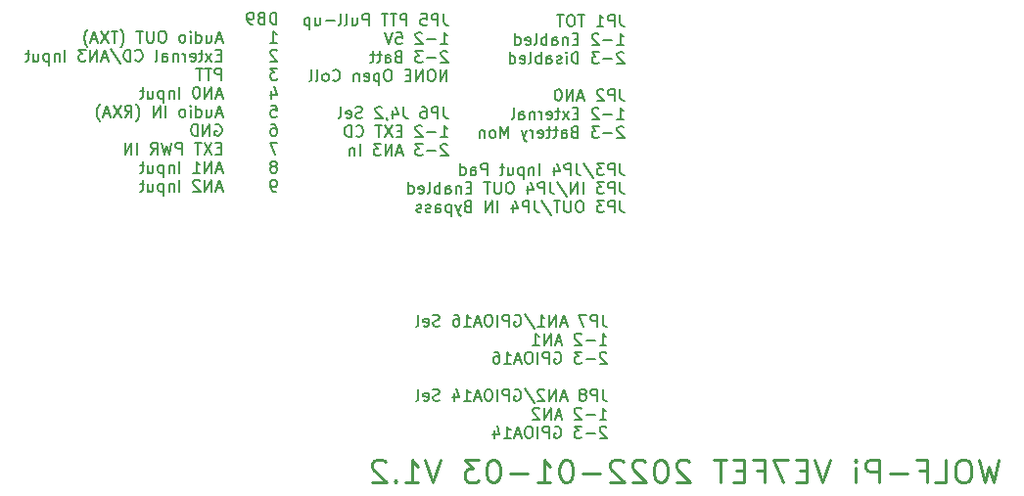
<source format=gbr>
G04 #@! TF.GenerationSoftware,KiCad,Pcbnew,(6.0.0)*
G04 #@! TF.CreationDate,2022-01-05T20:15:47-08:00*
G04 #@! TF.ProjectId,Duo2_Direwolf,44756f32-5f44-4697-9265-776f6c662e6b,rev?*
G04 #@! TF.SameCoordinates,PX2faf080PY8f0d180*
G04 #@! TF.FileFunction,Legend,Bot*
G04 #@! TF.FilePolarity,Positive*
%FSLAX46Y46*%
G04 Gerber Fmt 4.6, Leading zero omitted, Abs format (unit mm)*
G04 Created by KiCad (PCBNEW (6.0.0)) date 2022-01-05 20:15:47*
%MOMM*%
%LPD*%
G01*
G04 APERTURE LIST*
%ADD10C,0.254000*%
%ADD11C,0.150000*%
%ADD12R,1.600000X1.600000*%
%ADD13O,1.600000X1.600000*%
%ADD14C,1.600000*%
%ADD15R,1.700000X1.700000*%
%ADD16O,1.700000X1.700000*%
%ADD17R,1.508000X1.508000*%
%ADD18C,1.508000*%
%ADD19R,1.650000X1.650000*%
%ADD20C,1.650000*%
%ADD21R,1.800000X1.800000*%
%ADD22C,1.800000*%
%ADD23C,2.200000*%
%ADD24C,1.700000*%
%ADD25R,2.200000X2.200000*%
%ADD26O,2.200000X2.200000*%
%ADD27C,3.200000*%
%ADD28R,1.400000X1.400000*%
%ADD29C,1.400000*%
%ADD30C,1.530000*%
%ADD31C,2.550000*%
%ADD32R,1.200000X1.200000*%
%ADD33C,1.200000*%
%ADD34R,1.500000X1.050000*%
%ADD35O,1.500000X1.050000*%
%ADD36C,3.180000*%
%ADD37R,1.635000X1.635000*%
%ADD38C,1.635000*%
G04 APERTURE END LIST*
D10*
X117642857Y6595239D02*
X117166666Y4595239D01*
X116785714Y6023810D01*
X116404761Y4595239D01*
X115928571Y6595239D01*
X114785714Y6595239D02*
X114404761Y6595239D01*
X114214285Y6500000D01*
X114023809Y6309524D01*
X113928571Y5928572D01*
X113928571Y5261905D01*
X114023809Y4880953D01*
X114214285Y4690477D01*
X114404761Y4595239D01*
X114785714Y4595239D01*
X114976190Y4690477D01*
X115166666Y4880953D01*
X115261904Y5261905D01*
X115261904Y5928572D01*
X115166666Y6309524D01*
X114976190Y6500000D01*
X114785714Y6595239D01*
X112119047Y4595239D02*
X113071428Y4595239D01*
X113071428Y6595239D01*
X110785714Y5642858D02*
X111452380Y5642858D01*
X111452380Y4595239D02*
X111452380Y6595239D01*
X110500000Y6595239D01*
X109738095Y5357143D02*
X108214285Y5357143D01*
X107261904Y4595239D02*
X107261904Y6595239D01*
X106500000Y6595239D01*
X106309523Y6500000D01*
X106214285Y6404762D01*
X106119047Y6214286D01*
X106119047Y5928572D01*
X106214285Y5738096D01*
X106309523Y5642858D01*
X106500000Y5547620D01*
X107261904Y5547620D01*
X105261904Y4595239D02*
X105261904Y5928572D01*
X105261904Y6595239D02*
X105357142Y6500000D01*
X105261904Y6404762D01*
X105166666Y6500000D01*
X105261904Y6595239D01*
X105261904Y6404762D01*
X103071428Y6595239D02*
X102404761Y4595239D01*
X101738095Y6595239D01*
X101071428Y5642858D02*
X100404761Y5642858D01*
X100119047Y4595239D02*
X101071428Y4595239D01*
X101071428Y6595239D01*
X100119047Y6595239D01*
X99452380Y6595239D02*
X98119047Y6595239D01*
X98976190Y4595239D01*
X96690476Y5642858D02*
X97357142Y5642858D01*
X97357142Y4595239D02*
X97357142Y6595239D01*
X96404761Y6595239D01*
X95642857Y5642858D02*
X94976190Y5642858D01*
X94690476Y4595239D02*
X95642857Y4595239D01*
X95642857Y6595239D01*
X94690476Y6595239D01*
X94119047Y6595239D02*
X92976190Y6595239D01*
X93547619Y4595239D02*
X93547619Y6595239D01*
X90880952Y6404762D02*
X90785714Y6500000D01*
X90595238Y6595239D01*
X90119047Y6595239D01*
X89928571Y6500000D01*
X89833333Y6404762D01*
X89738095Y6214286D01*
X89738095Y6023810D01*
X89833333Y5738096D01*
X90976190Y4595239D01*
X89738095Y4595239D01*
X88500000Y6595239D02*
X88309523Y6595239D01*
X88119047Y6500000D01*
X88023809Y6404762D01*
X87928571Y6214286D01*
X87833333Y5833334D01*
X87833333Y5357143D01*
X87928571Y4976191D01*
X88023809Y4785715D01*
X88119047Y4690477D01*
X88309523Y4595239D01*
X88500000Y4595239D01*
X88690476Y4690477D01*
X88785714Y4785715D01*
X88880952Y4976191D01*
X88976190Y5357143D01*
X88976190Y5833334D01*
X88880952Y6214286D01*
X88785714Y6404762D01*
X88690476Y6500000D01*
X88500000Y6595239D01*
X87071428Y6404762D02*
X86976190Y6500000D01*
X86785714Y6595239D01*
X86309523Y6595239D01*
X86119047Y6500000D01*
X86023809Y6404762D01*
X85928571Y6214286D01*
X85928571Y6023810D01*
X86023809Y5738096D01*
X87166666Y4595239D01*
X85928571Y4595239D01*
X85166666Y6404762D02*
X85071428Y6500000D01*
X84880952Y6595239D01*
X84404761Y6595239D01*
X84214285Y6500000D01*
X84119047Y6404762D01*
X84023809Y6214286D01*
X84023809Y6023810D01*
X84119047Y5738096D01*
X85261904Y4595239D01*
X84023809Y4595239D01*
X83166666Y5357143D02*
X81642857Y5357143D01*
X80309523Y6595239D02*
X80119047Y6595239D01*
X79928571Y6500000D01*
X79833333Y6404762D01*
X79738095Y6214286D01*
X79642857Y5833334D01*
X79642857Y5357143D01*
X79738095Y4976191D01*
X79833333Y4785715D01*
X79928571Y4690477D01*
X80119047Y4595239D01*
X80309523Y4595239D01*
X80500000Y4690477D01*
X80595238Y4785715D01*
X80690476Y4976191D01*
X80785714Y5357143D01*
X80785714Y5833334D01*
X80690476Y6214286D01*
X80595238Y6404762D01*
X80500000Y6500000D01*
X80309523Y6595239D01*
X77738095Y4595239D02*
X78880952Y4595239D01*
X78309523Y4595239D02*
X78309523Y6595239D01*
X78500000Y6309524D01*
X78690476Y6119048D01*
X78880952Y6023810D01*
X76880952Y5357143D02*
X75357142Y5357143D01*
X74023809Y6595239D02*
X73833333Y6595239D01*
X73642857Y6500000D01*
X73547619Y6404762D01*
X73452380Y6214286D01*
X73357142Y5833334D01*
X73357142Y5357143D01*
X73452380Y4976191D01*
X73547619Y4785715D01*
X73642857Y4690477D01*
X73833333Y4595239D01*
X74023809Y4595239D01*
X74214285Y4690477D01*
X74309523Y4785715D01*
X74404761Y4976191D01*
X74500000Y5357143D01*
X74500000Y5833334D01*
X74404761Y6214286D01*
X74309523Y6404762D01*
X74214285Y6500000D01*
X74023809Y6595239D01*
X72690476Y6595239D02*
X71452380Y6595239D01*
X72119047Y5833334D01*
X71833333Y5833334D01*
X71642857Y5738096D01*
X71547619Y5642858D01*
X71452380Y5452381D01*
X71452380Y4976191D01*
X71547619Y4785715D01*
X71642857Y4690477D01*
X71833333Y4595239D01*
X72404761Y4595239D01*
X72595238Y4690477D01*
X72690476Y4785715D01*
X69357142Y6595239D02*
X68690476Y4595239D01*
X68023809Y6595239D01*
X66309523Y4595239D02*
X67452380Y4595239D01*
X66880952Y4595239D02*
X66880952Y6595239D01*
X67071428Y6309524D01*
X67261904Y6119048D01*
X67452380Y6023810D01*
X65452380Y4785715D02*
X65357142Y4690477D01*
X65452380Y4595239D01*
X65547619Y4690477D01*
X65452380Y4785715D01*
X65452380Y4595239D01*
X64595238Y6404762D02*
X64500000Y6500000D01*
X64309523Y6595239D01*
X63833333Y6595239D01*
X63642857Y6500000D01*
X63547619Y6404762D01*
X63452380Y6214286D01*
X63452380Y6023810D01*
X63547619Y5738096D01*
X64690476Y4595239D01*
X63452380Y4595239D01*
D11*
X69628690Y45182620D02*
X69628690Y44468334D01*
X69676309Y44325477D01*
X69771547Y44230239D01*
X69914404Y44182620D01*
X70009642Y44182620D01*
X69152500Y44182620D02*
X69152500Y45182620D01*
X68771547Y45182620D01*
X68676309Y45135000D01*
X68628690Y45087381D01*
X68581071Y44992143D01*
X68581071Y44849286D01*
X68628690Y44754048D01*
X68676309Y44706429D01*
X68771547Y44658810D01*
X69152500Y44658810D01*
X67676309Y45182620D02*
X68152500Y45182620D01*
X68200119Y44706429D01*
X68152500Y44754048D01*
X68057261Y44801667D01*
X67819166Y44801667D01*
X67723928Y44754048D01*
X67676309Y44706429D01*
X67628690Y44611191D01*
X67628690Y44373096D01*
X67676309Y44277858D01*
X67723928Y44230239D01*
X67819166Y44182620D01*
X68057261Y44182620D01*
X68152500Y44230239D01*
X68200119Y44277858D01*
X66438214Y44182620D02*
X66438214Y45182620D01*
X66057261Y45182620D01*
X65962023Y45135000D01*
X65914404Y45087381D01*
X65866785Y44992143D01*
X65866785Y44849286D01*
X65914404Y44754048D01*
X65962023Y44706429D01*
X66057261Y44658810D01*
X66438214Y44658810D01*
X65581071Y45182620D02*
X65009642Y45182620D01*
X65295357Y44182620D02*
X65295357Y45182620D01*
X64819166Y45182620D02*
X64247738Y45182620D01*
X64533452Y44182620D02*
X64533452Y45182620D01*
X63152500Y44182620D02*
X63152500Y45182620D01*
X62771547Y45182620D01*
X62676309Y45135000D01*
X62628690Y45087381D01*
X62581071Y44992143D01*
X62581071Y44849286D01*
X62628690Y44754048D01*
X62676309Y44706429D01*
X62771547Y44658810D01*
X63152500Y44658810D01*
X61723928Y44849286D02*
X61723928Y44182620D01*
X62152500Y44849286D02*
X62152500Y44325477D01*
X62104880Y44230239D01*
X62009642Y44182620D01*
X61866785Y44182620D01*
X61771547Y44230239D01*
X61723928Y44277858D01*
X61104880Y44182620D02*
X61200119Y44230239D01*
X61247738Y44325477D01*
X61247738Y45182620D01*
X60581071Y44182620D02*
X60676309Y44230239D01*
X60723928Y44325477D01*
X60723928Y45182620D01*
X60200119Y44563572D02*
X59438214Y44563572D01*
X58533452Y44849286D02*
X58533452Y44182620D01*
X58962023Y44849286D02*
X58962023Y44325477D01*
X58914404Y44230239D01*
X58819166Y44182620D01*
X58676309Y44182620D01*
X58581071Y44230239D01*
X58533452Y44277858D01*
X58057261Y44849286D02*
X58057261Y43849286D01*
X58057261Y44801667D02*
X57962023Y44849286D01*
X57771547Y44849286D01*
X57676309Y44801667D01*
X57628690Y44754048D01*
X57581071Y44658810D01*
X57581071Y44373096D01*
X57628690Y44277858D01*
X57676309Y44230239D01*
X57771547Y44182620D01*
X57962023Y44182620D01*
X58057261Y44230239D01*
X69390595Y42572620D02*
X69962023Y42572620D01*
X69676309Y42572620D02*
X69676309Y43572620D01*
X69771547Y43429762D01*
X69866785Y43334524D01*
X69962023Y43286905D01*
X68962023Y42953572D02*
X68200119Y42953572D01*
X67771547Y43477381D02*
X67723928Y43525000D01*
X67628690Y43572620D01*
X67390595Y43572620D01*
X67295357Y43525000D01*
X67247738Y43477381D01*
X67200119Y43382143D01*
X67200119Y43286905D01*
X67247738Y43144048D01*
X67819166Y42572620D01*
X67200119Y42572620D01*
X65533452Y43572620D02*
X66009642Y43572620D01*
X66057261Y43096429D01*
X66009642Y43144048D01*
X65914404Y43191667D01*
X65676309Y43191667D01*
X65581071Y43144048D01*
X65533452Y43096429D01*
X65485833Y43001191D01*
X65485833Y42763096D01*
X65533452Y42667858D01*
X65581071Y42620239D01*
X65676309Y42572620D01*
X65914404Y42572620D01*
X66009642Y42620239D01*
X66057261Y42667858D01*
X65200119Y43572620D02*
X64866785Y42572620D01*
X64533452Y43572620D01*
X69962023Y41867381D02*
X69914404Y41915000D01*
X69819166Y41962620D01*
X69581071Y41962620D01*
X69485833Y41915000D01*
X69438214Y41867381D01*
X69390595Y41772143D01*
X69390595Y41676905D01*
X69438214Y41534048D01*
X70009642Y40962620D01*
X69390595Y40962620D01*
X68962023Y41343572D02*
X68200119Y41343572D01*
X67819166Y41962620D02*
X67200119Y41962620D01*
X67533452Y41581667D01*
X67390595Y41581667D01*
X67295357Y41534048D01*
X67247738Y41486429D01*
X67200119Y41391191D01*
X67200119Y41153096D01*
X67247738Y41057858D01*
X67295357Y41010239D01*
X67390595Y40962620D01*
X67676309Y40962620D01*
X67771547Y41010239D01*
X67819166Y41057858D01*
X65676309Y41486429D02*
X65533452Y41438810D01*
X65485833Y41391191D01*
X65438214Y41295953D01*
X65438214Y41153096D01*
X65485833Y41057858D01*
X65533452Y41010239D01*
X65628690Y40962620D01*
X66009642Y40962620D01*
X66009642Y41962620D01*
X65676309Y41962620D01*
X65581071Y41915000D01*
X65533452Y41867381D01*
X65485833Y41772143D01*
X65485833Y41676905D01*
X65533452Y41581667D01*
X65581071Y41534048D01*
X65676309Y41486429D01*
X66009642Y41486429D01*
X64581071Y40962620D02*
X64581071Y41486429D01*
X64628690Y41581667D01*
X64723928Y41629286D01*
X64914404Y41629286D01*
X65009642Y41581667D01*
X64581071Y41010239D02*
X64676309Y40962620D01*
X64914404Y40962620D01*
X65009642Y41010239D01*
X65057261Y41105477D01*
X65057261Y41200715D01*
X65009642Y41295953D01*
X64914404Y41343572D01*
X64676309Y41343572D01*
X64581071Y41391191D01*
X64247738Y41629286D02*
X63866785Y41629286D01*
X64104880Y41962620D02*
X64104880Y41105477D01*
X64057261Y41010239D01*
X63962023Y40962620D01*
X63866785Y40962620D01*
X63676309Y41629286D02*
X63295357Y41629286D01*
X63533452Y41962620D02*
X63533452Y41105477D01*
X63485833Y41010239D01*
X63390595Y40962620D01*
X63295357Y40962620D01*
X69914404Y39352620D02*
X69914404Y40352620D01*
X69342976Y39352620D01*
X69342976Y40352620D01*
X68676309Y40352620D02*
X68485833Y40352620D01*
X68390595Y40305000D01*
X68295357Y40209762D01*
X68247738Y40019286D01*
X68247738Y39685953D01*
X68295357Y39495477D01*
X68390595Y39400239D01*
X68485833Y39352620D01*
X68676309Y39352620D01*
X68771547Y39400239D01*
X68866785Y39495477D01*
X68914404Y39685953D01*
X68914404Y40019286D01*
X68866785Y40209762D01*
X68771547Y40305000D01*
X68676309Y40352620D01*
X67819166Y39352620D02*
X67819166Y40352620D01*
X67247738Y39352620D01*
X67247738Y40352620D01*
X66771547Y39876429D02*
X66438214Y39876429D01*
X66295357Y39352620D02*
X66771547Y39352620D01*
X66771547Y40352620D01*
X66295357Y40352620D01*
X64914404Y40352620D02*
X64723928Y40352620D01*
X64628690Y40305000D01*
X64533452Y40209762D01*
X64485833Y40019286D01*
X64485833Y39685953D01*
X64533452Y39495477D01*
X64628690Y39400239D01*
X64723928Y39352620D01*
X64914404Y39352620D01*
X65009642Y39400239D01*
X65104880Y39495477D01*
X65152500Y39685953D01*
X65152500Y40019286D01*
X65104880Y40209762D01*
X65009642Y40305000D01*
X64914404Y40352620D01*
X64057261Y40019286D02*
X64057261Y39019286D01*
X64057261Y39971667D02*
X63962023Y40019286D01*
X63771547Y40019286D01*
X63676309Y39971667D01*
X63628690Y39924048D01*
X63581071Y39828810D01*
X63581071Y39543096D01*
X63628690Y39447858D01*
X63676309Y39400239D01*
X63771547Y39352620D01*
X63962023Y39352620D01*
X64057261Y39400239D01*
X62771547Y39400239D02*
X62866785Y39352620D01*
X63057261Y39352620D01*
X63152500Y39400239D01*
X63200119Y39495477D01*
X63200119Y39876429D01*
X63152500Y39971667D01*
X63057261Y40019286D01*
X62866785Y40019286D01*
X62771547Y39971667D01*
X62723928Y39876429D01*
X62723928Y39781191D01*
X63200119Y39685953D01*
X62295357Y40019286D02*
X62295357Y39352620D01*
X62295357Y39924048D02*
X62247738Y39971667D01*
X62152500Y40019286D01*
X62009642Y40019286D01*
X61914404Y39971667D01*
X61866785Y39876429D01*
X61866785Y39352620D01*
X60057261Y39447858D02*
X60104880Y39400239D01*
X60247738Y39352620D01*
X60342976Y39352620D01*
X60485833Y39400239D01*
X60581071Y39495477D01*
X60628690Y39590715D01*
X60676309Y39781191D01*
X60676309Y39924048D01*
X60628690Y40114524D01*
X60581071Y40209762D01*
X60485833Y40305000D01*
X60342976Y40352620D01*
X60247738Y40352620D01*
X60104880Y40305000D01*
X60057261Y40257381D01*
X59485833Y39352620D02*
X59581071Y39400239D01*
X59628690Y39447858D01*
X59676309Y39543096D01*
X59676309Y39828810D01*
X59628690Y39924048D01*
X59581071Y39971667D01*
X59485833Y40019286D01*
X59342976Y40019286D01*
X59247738Y39971667D01*
X59200119Y39924048D01*
X59152500Y39828810D01*
X59152500Y39543096D01*
X59200119Y39447858D01*
X59247738Y39400239D01*
X59342976Y39352620D01*
X59485833Y39352620D01*
X58581071Y39352620D02*
X58676309Y39400239D01*
X58723928Y39495477D01*
X58723928Y40352620D01*
X58057261Y39352620D02*
X58152500Y39400239D01*
X58200119Y39495477D01*
X58200119Y40352620D01*
X69628690Y37132620D02*
X69628690Y36418334D01*
X69676309Y36275477D01*
X69771547Y36180239D01*
X69914404Y36132620D01*
X70009642Y36132620D01*
X69152500Y36132620D02*
X69152500Y37132620D01*
X68771547Y37132620D01*
X68676309Y37085000D01*
X68628690Y37037381D01*
X68581071Y36942143D01*
X68581071Y36799286D01*
X68628690Y36704048D01*
X68676309Y36656429D01*
X68771547Y36608810D01*
X69152500Y36608810D01*
X67723928Y37132620D02*
X67914404Y37132620D01*
X68009642Y37085000D01*
X68057261Y37037381D01*
X68152500Y36894524D01*
X68200119Y36704048D01*
X68200119Y36323096D01*
X68152500Y36227858D01*
X68104880Y36180239D01*
X68009642Y36132620D01*
X67819166Y36132620D01*
X67723928Y36180239D01*
X67676309Y36227858D01*
X67628690Y36323096D01*
X67628690Y36561191D01*
X67676309Y36656429D01*
X67723928Y36704048D01*
X67819166Y36751667D01*
X68009642Y36751667D01*
X68104880Y36704048D01*
X68152500Y36656429D01*
X68200119Y36561191D01*
X66152500Y37132620D02*
X66152500Y36418334D01*
X66200119Y36275477D01*
X66295357Y36180239D01*
X66438214Y36132620D01*
X66533452Y36132620D01*
X65247738Y36799286D02*
X65247738Y36132620D01*
X65485833Y37180239D02*
X65723928Y36465953D01*
X65104880Y36465953D01*
X64676309Y36180239D02*
X64676309Y36132620D01*
X64723928Y36037381D01*
X64771547Y35989762D01*
X64295357Y37037381D02*
X64247738Y37085000D01*
X64152500Y37132620D01*
X63914404Y37132620D01*
X63819166Y37085000D01*
X63771547Y37037381D01*
X63723928Y36942143D01*
X63723928Y36846905D01*
X63771547Y36704048D01*
X64342976Y36132620D01*
X63723928Y36132620D01*
X62581071Y36180239D02*
X62438214Y36132620D01*
X62200119Y36132620D01*
X62104880Y36180239D01*
X62057261Y36227858D01*
X62009642Y36323096D01*
X62009642Y36418334D01*
X62057261Y36513572D01*
X62104880Y36561191D01*
X62200119Y36608810D01*
X62390595Y36656429D01*
X62485833Y36704048D01*
X62533452Y36751667D01*
X62581071Y36846905D01*
X62581071Y36942143D01*
X62533452Y37037381D01*
X62485833Y37085000D01*
X62390595Y37132620D01*
X62152500Y37132620D01*
X62009642Y37085000D01*
X61200119Y36180239D02*
X61295357Y36132620D01*
X61485833Y36132620D01*
X61581071Y36180239D01*
X61628690Y36275477D01*
X61628690Y36656429D01*
X61581071Y36751667D01*
X61485833Y36799286D01*
X61295357Y36799286D01*
X61200119Y36751667D01*
X61152500Y36656429D01*
X61152500Y36561191D01*
X61628690Y36465953D01*
X60581071Y36132620D02*
X60676309Y36180239D01*
X60723928Y36275477D01*
X60723928Y37132620D01*
X69390595Y34522620D02*
X69962023Y34522620D01*
X69676309Y34522620D02*
X69676309Y35522620D01*
X69771547Y35379762D01*
X69866785Y35284524D01*
X69962023Y35236905D01*
X68962023Y34903572D02*
X68200119Y34903572D01*
X67771547Y35427381D02*
X67723928Y35475000D01*
X67628690Y35522620D01*
X67390595Y35522620D01*
X67295357Y35475000D01*
X67247738Y35427381D01*
X67200119Y35332143D01*
X67200119Y35236905D01*
X67247738Y35094048D01*
X67819166Y34522620D01*
X67200119Y34522620D01*
X66009642Y35046429D02*
X65676309Y35046429D01*
X65533452Y34522620D02*
X66009642Y34522620D01*
X66009642Y35522620D01*
X65533452Y35522620D01*
X65200119Y35522620D02*
X64533452Y34522620D01*
X64533452Y35522620D02*
X65200119Y34522620D01*
X64295357Y35522620D02*
X63723928Y35522620D01*
X64009642Y34522620D02*
X64009642Y35522620D01*
X62057261Y34617858D02*
X62104880Y34570239D01*
X62247738Y34522620D01*
X62342976Y34522620D01*
X62485833Y34570239D01*
X62581071Y34665477D01*
X62628690Y34760715D01*
X62676309Y34951191D01*
X62676309Y35094048D01*
X62628690Y35284524D01*
X62581071Y35379762D01*
X62485833Y35475000D01*
X62342976Y35522620D01*
X62247738Y35522620D01*
X62104880Y35475000D01*
X62057261Y35427381D01*
X61628690Y34522620D02*
X61628690Y35522620D01*
X61390595Y35522620D01*
X61247738Y35475000D01*
X61152500Y35379762D01*
X61104880Y35284524D01*
X61057261Y35094048D01*
X61057261Y34951191D01*
X61104880Y34760715D01*
X61152500Y34665477D01*
X61247738Y34570239D01*
X61390595Y34522620D01*
X61628690Y34522620D01*
X69962023Y33817381D02*
X69914404Y33865000D01*
X69819166Y33912620D01*
X69581071Y33912620D01*
X69485833Y33865000D01*
X69438214Y33817381D01*
X69390595Y33722143D01*
X69390595Y33626905D01*
X69438214Y33484048D01*
X70009642Y32912620D01*
X69390595Y32912620D01*
X68962023Y33293572D02*
X68200119Y33293572D01*
X67819166Y33912620D02*
X67200119Y33912620D01*
X67533452Y33531667D01*
X67390595Y33531667D01*
X67295357Y33484048D01*
X67247738Y33436429D01*
X67200119Y33341191D01*
X67200119Y33103096D01*
X67247738Y33007858D01*
X67295357Y32960239D01*
X67390595Y32912620D01*
X67676309Y32912620D01*
X67771547Y32960239D01*
X67819166Y33007858D01*
X66057261Y33198334D02*
X65581071Y33198334D01*
X66152500Y32912620D02*
X65819166Y33912620D01*
X65485833Y32912620D01*
X65152500Y32912620D02*
X65152500Y33912620D01*
X64581071Y32912620D01*
X64581071Y33912620D01*
X64200119Y33912620D02*
X63581071Y33912620D01*
X63914404Y33531667D01*
X63771547Y33531667D01*
X63676309Y33484048D01*
X63628690Y33436429D01*
X63581071Y33341191D01*
X63581071Y33103096D01*
X63628690Y33007858D01*
X63676309Y32960239D01*
X63771547Y32912620D01*
X64057261Y32912620D01*
X64152500Y32960239D01*
X64200119Y33007858D01*
X62390595Y32912620D02*
X62390595Y33912620D01*
X61914404Y33579286D02*
X61914404Y32912620D01*
X61914404Y33484048D02*
X61866785Y33531667D01*
X61771547Y33579286D01*
X61628690Y33579286D01*
X61533452Y33531667D01*
X61485833Y33436429D01*
X61485833Y32912620D01*
X84878690Y45097620D02*
X84878690Y44383334D01*
X84926309Y44240477D01*
X85021547Y44145239D01*
X85164404Y44097620D01*
X85259642Y44097620D01*
X84402500Y44097620D02*
X84402500Y45097620D01*
X84021547Y45097620D01*
X83926309Y45050000D01*
X83878690Y45002381D01*
X83831071Y44907143D01*
X83831071Y44764286D01*
X83878690Y44669048D01*
X83926309Y44621429D01*
X84021547Y44573810D01*
X84402500Y44573810D01*
X82878690Y44097620D02*
X83450119Y44097620D01*
X83164404Y44097620D02*
X83164404Y45097620D01*
X83259642Y44954762D01*
X83354880Y44859524D01*
X83450119Y44811905D01*
X81831071Y45097620D02*
X81259642Y45097620D01*
X81545357Y44097620D02*
X81545357Y45097620D01*
X80735833Y45097620D02*
X80545357Y45097620D01*
X80450119Y45050000D01*
X80354880Y44954762D01*
X80307261Y44764286D01*
X80307261Y44430953D01*
X80354880Y44240477D01*
X80450119Y44145239D01*
X80545357Y44097620D01*
X80735833Y44097620D01*
X80831071Y44145239D01*
X80926309Y44240477D01*
X80973928Y44430953D01*
X80973928Y44764286D01*
X80926309Y44954762D01*
X80831071Y45050000D01*
X80735833Y45097620D01*
X80021547Y45097620D02*
X79450119Y45097620D01*
X79735833Y44097620D02*
X79735833Y45097620D01*
X84640595Y42487620D02*
X85212023Y42487620D01*
X84926309Y42487620D02*
X84926309Y43487620D01*
X85021547Y43344762D01*
X85116785Y43249524D01*
X85212023Y43201905D01*
X84212023Y42868572D02*
X83450119Y42868572D01*
X83021547Y43392381D02*
X82973928Y43440000D01*
X82878690Y43487620D01*
X82640595Y43487620D01*
X82545357Y43440000D01*
X82497738Y43392381D01*
X82450119Y43297143D01*
X82450119Y43201905D01*
X82497738Y43059048D01*
X83069166Y42487620D01*
X82450119Y42487620D01*
X81259642Y43011429D02*
X80926309Y43011429D01*
X80783452Y42487620D02*
X81259642Y42487620D01*
X81259642Y43487620D01*
X80783452Y43487620D01*
X80354880Y43154286D02*
X80354880Y42487620D01*
X80354880Y43059048D02*
X80307261Y43106667D01*
X80212023Y43154286D01*
X80069166Y43154286D01*
X79973928Y43106667D01*
X79926309Y43011429D01*
X79926309Y42487620D01*
X79021547Y42487620D02*
X79021547Y43011429D01*
X79069166Y43106667D01*
X79164404Y43154286D01*
X79354880Y43154286D01*
X79450119Y43106667D01*
X79021547Y42535239D02*
X79116785Y42487620D01*
X79354880Y42487620D01*
X79450119Y42535239D01*
X79497738Y42630477D01*
X79497738Y42725715D01*
X79450119Y42820953D01*
X79354880Y42868572D01*
X79116785Y42868572D01*
X79021547Y42916191D01*
X78545357Y42487620D02*
X78545357Y43487620D01*
X78545357Y43106667D02*
X78450119Y43154286D01*
X78259642Y43154286D01*
X78164404Y43106667D01*
X78116785Y43059048D01*
X78069166Y42963810D01*
X78069166Y42678096D01*
X78116785Y42582858D01*
X78164404Y42535239D01*
X78259642Y42487620D01*
X78450119Y42487620D01*
X78545357Y42535239D01*
X77497738Y42487620D02*
X77592976Y42535239D01*
X77640595Y42630477D01*
X77640595Y43487620D01*
X76735833Y42535239D02*
X76831071Y42487620D01*
X77021547Y42487620D01*
X77116785Y42535239D01*
X77164404Y42630477D01*
X77164404Y43011429D01*
X77116785Y43106667D01*
X77021547Y43154286D01*
X76831071Y43154286D01*
X76735833Y43106667D01*
X76688214Y43011429D01*
X76688214Y42916191D01*
X77164404Y42820953D01*
X75831071Y42487620D02*
X75831071Y43487620D01*
X75831071Y42535239D02*
X75926309Y42487620D01*
X76116785Y42487620D01*
X76212023Y42535239D01*
X76259642Y42582858D01*
X76307261Y42678096D01*
X76307261Y42963810D01*
X76259642Y43059048D01*
X76212023Y43106667D01*
X76116785Y43154286D01*
X75926309Y43154286D01*
X75831071Y43106667D01*
X85212023Y41782381D02*
X85164404Y41830000D01*
X85069166Y41877620D01*
X84831071Y41877620D01*
X84735833Y41830000D01*
X84688214Y41782381D01*
X84640595Y41687143D01*
X84640595Y41591905D01*
X84688214Y41449048D01*
X85259642Y40877620D01*
X84640595Y40877620D01*
X84212023Y41258572D02*
X83450119Y41258572D01*
X83069166Y41877620D02*
X82450119Y41877620D01*
X82783452Y41496667D01*
X82640595Y41496667D01*
X82545357Y41449048D01*
X82497738Y41401429D01*
X82450119Y41306191D01*
X82450119Y41068096D01*
X82497738Y40972858D01*
X82545357Y40925239D01*
X82640595Y40877620D01*
X82926309Y40877620D01*
X83021547Y40925239D01*
X83069166Y40972858D01*
X81259642Y40877620D02*
X81259642Y41877620D01*
X81021547Y41877620D01*
X80878690Y41830000D01*
X80783452Y41734762D01*
X80735833Y41639524D01*
X80688214Y41449048D01*
X80688214Y41306191D01*
X80735833Y41115715D01*
X80783452Y41020477D01*
X80878690Y40925239D01*
X81021547Y40877620D01*
X81259642Y40877620D01*
X80259642Y40877620D02*
X80259642Y41544286D01*
X80259642Y41877620D02*
X80307261Y41830000D01*
X80259642Y41782381D01*
X80212023Y41830000D01*
X80259642Y41877620D01*
X80259642Y41782381D01*
X79831071Y40925239D02*
X79735833Y40877620D01*
X79545357Y40877620D01*
X79450119Y40925239D01*
X79402500Y41020477D01*
X79402500Y41068096D01*
X79450119Y41163334D01*
X79545357Y41210953D01*
X79688214Y41210953D01*
X79783452Y41258572D01*
X79831071Y41353810D01*
X79831071Y41401429D01*
X79783452Y41496667D01*
X79688214Y41544286D01*
X79545357Y41544286D01*
X79450119Y41496667D01*
X78545357Y40877620D02*
X78545357Y41401429D01*
X78592976Y41496667D01*
X78688214Y41544286D01*
X78878690Y41544286D01*
X78973928Y41496667D01*
X78545357Y40925239D02*
X78640595Y40877620D01*
X78878690Y40877620D01*
X78973928Y40925239D01*
X79021547Y41020477D01*
X79021547Y41115715D01*
X78973928Y41210953D01*
X78878690Y41258572D01*
X78640595Y41258572D01*
X78545357Y41306191D01*
X78069166Y40877620D02*
X78069166Y41877620D01*
X78069166Y41496667D02*
X77973928Y41544286D01*
X77783452Y41544286D01*
X77688214Y41496667D01*
X77640595Y41449048D01*
X77592976Y41353810D01*
X77592976Y41068096D01*
X77640595Y40972858D01*
X77688214Y40925239D01*
X77783452Y40877620D01*
X77973928Y40877620D01*
X78069166Y40925239D01*
X77021547Y40877620D02*
X77116785Y40925239D01*
X77164404Y41020477D01*
X77164404Y41877620D01*
X76259642Y40925239D02*
X76354880Y40877620D01*
X76545357Y40877620D01*
X76640595Y40925239D01*
X76688214Y41020477D01*
X76688214Y41401429D01*
X76640595Y41496667D01*
X76545357Y41544286D01*
X76354880Y41544286D01*
X76259642Y41496667D01*
X76212023Y41401429D01*
X76212023Y41306191D01*
X76688214Y41210953D01*
X75354880Y40877620D02*
X75354880Y41877620D01*
X75354880Y40925239D02*
X75450119Y40877620D01*
X75640595Y40877620D01*
X75735833Y40925239D01*
X75783452Y40972858D01*
X75831071Y41068096D01*
X75831071Y41353810D01*
X75783452Y41449048D01*
X75735833Y41496667D01*
X75640595Y41544286D01*
X75450119Y41544286D01*
X75354880Y41496667D01*
X84878690Y38657620D02*
X84878690Y37943334D01*
X84926309Y37800477D01*
X85021547Y37705239D01*
X85164404Y37657620D01*
X85259642Y37657620D01*
X84402500Y37657620D02*
X84402500Y38657620D01*
X84021547Y38657620D01*
X83926309Y38610000D01*
X83878690Y38562381D01*
X83831071Y38467143D01*
X83831071Y38324286D01*
X83878690Y38229048D01*
X83926309Y38181429D01*
X84021547Y38133810D01*
X84402500Y38133810D01*
X83450119Y38562381D02*
X83402500Y38610000D01*
X83307261Y38657620D01*
X83069166Y38657620D01*
X82973928Y38610000D01*
X82926309Y38562381D01*
X82878690Y38467143D01*
X82878690Y38371905D01*
X82926309Y38229048D01*
X83497738Y37657620D01*
X82878690Y37657620D01*
X81735833Y37943334D02*
X81259642Y37943334D01*
X81831071Y37657620D02*
X81497738Y38657620D01*
X81164404Y37657620D01*
X80831071Y37657620D02*
X80831071Y38657620D01*
X80259642Y37657620D01*
X80259642Y38657620D01*
X79592976Y38657620D02*
X79497738Y38657620D01*
X79402500Y38610000D01*
X79354880Y38562381D01*
X79307261Y38467143D01*
X79259642Y38276667D01*
X79259642Y38038572D01*
X79307261Y37848096D01*
X79354880Y37752858D01*
X79402500Y37705239D01*
X79497738Y37657620D01*
X79592976Y37657620D01*
X79688214Y37705239D01*
X79735833Y37752858D01*
X79783452Y37848096D01*
X79831071Y38038572D01*
X79831071Y38276667D01*
X79783452Y38467143D01*
X79735833Y38562381D01*
X79688214Y38610000D01*
X79592976Y38657620D01*
X84640595Y36047620D02*
X85212023Y36047620D01*
X84926309Y36047620D02*
X84926309Y37047620D01*
X85021547Y36904762D01*
X85116785Y36809524D01*
X85212023Y36761905D01*
X84212023Y36428572D02*
X83450119Y36428572D01*
X83021547Y36952381D02*
X82973928Y37000000D01*
X82878690Y37047620D01*
X82640595Y37047620D01*
X82545357Y37000000D01*
X82497738Y36952381D01*
X82450119Y36857143D01*
X82450119Y36761905D01*
X82497738Y36619048D01*
X83069166Y36047620D01*
X82450119Y36047620D01*
X81259642Y36571429D02*
X80926309Y36571429D01*
X80783452Y36047620D02*
X81259642Y36047620D01*
X81259642Y37047620D01*
X80783452Y37047620D01*
X80450119Y36047620D02*
X79926309Y36714286D01*
X80450119Y36714286D02*
X79926309Y36047620D01*
X79688214Y36714286D02*
X79307261Y36714286D01*
X79545357Y37047620D02*
X79545357Y36190477D01*
X79497738Y36095239D01*
X79402500Y36047620D01*
X79307261Y36047620D01*
X78592976Y36095239D02*
X78688214Y36047620D01*
X78878690Y36047620D01*
X78973928Y36095239D01*
X79021547Y36190477D01*
X79021547Y36571429D01*
X78973928Y36666667D01*
X78878690Y36714286D01*
X78688214Y36714286D01*
X78592976Y36666667D01*
X78545357Y36571429D01*
X78545357Y36476191D01*
X79021547Y36380953D01*
X78116785Y36047620D02*
X78116785Y36714286D01*
X78116785Y36523810D02*
X78069166Y36619048D01*
X78021547Y36666667D01*
X77926309Y36714286D01*
X77831071Y36714286D01*
X77497738Y36714286D02*
X77497738Y36047620D01*
X77497738Y36619048D02*
X77450119Y36666667D01*
X77354880Y36714286D01*
X77212023Y36714286D01*
X77116785Y36666667D01*
X77069166Y36571429D01*
X77069166Y36047620D01*
X76164404Y36047620D02*
X76164404Y36571429D01*
X76212023Y36666667D01*
X76307261Y36714286D01*
X76497738Y36714286D01*
X76592976Y36666667D01*
X76164404Y36095239D02*
X76259642Y36047620D01*
X76497738Y36047620D01*
X76592976Y36095239D01*
X76640595Y36190477D01*
X76640595Y36285715D01*
X76592976Y36380953D01*
X76497738Y36428572D01*
X76259642Y36428572D01*
X76164404Y36476191D01*
X75545357Y36047620D02*
X75640595Y36095239D01*
X75688214Y36190477D01*
X75688214Y37047620D01*
X85212023Y35342381D02*
X85164404Y35390000D01*
X85069166Y35437620D01*
X84831071Y35437620D01*
X84735833Y35390000D01*
X84688214Y35342381D01*
X84640595Y35247143D01*
X84640595Y35151905D01*
X84688214Y35009048D01*
X85259642Y34437620D01*
X84640595Y34437620D01*
X84212023Y34818572D02*
X83450119Y34818572D01*
X83069166Y35437620D02*
X82450119Y35437620D01*
X82783452Y35056667D01*
X82640595Y35056667D01*
X82545357Y35009048D01*
X82497738Y34961429D01*
X82450119Y34866191D01*
X82450119Y34628096D01*
X82497738Y34532858D01*
X82545357Y34485239D01*
X82640595Y34437620D01*
X82926309Y34437620D01*
X83021547Y34485239D01*
X83069166Y34532858D01*
X80926309Y34961429D02*
X80783452Y34913810D01*
X80735833Y34866191D01*
X80688214Y34770953D01*
X80688214Y34628096D01*
X80735833Y34532858D01*
X80783452Y34485239D01*
X80878690Y34437620D01*
X81259642Y34437620D01*
X81259642Y35437620D01*
X80926309Y35437620D01*
X80831071Y35390000D01*
X80783452Y35342381D01*
X80735833Y35247143D01*
X80735833Y35151905D01*
X80783452Y35056667D01*
X80831071Y35009048D01*
X80926309Y34961429D01*
X81259642Y34961429D01*
X79831071Y34437620D02*
X79831071Y34961429D01*
X79878690Y35056667D01*
X79973928Y35104286D01*
X80164404Y35104286D01*
X80259642Y35056667D01*
X79831071Y34485239D02*
X79926309Y34437620D01*
X80164404Y34437620D01*
X80259642Y34485239D01*
X80307261Y34580477D01*
X80307261Y34675715D01*
X80259642Y34770953D01*
X80164404Y34818572D01*
X79926309Y34818572D01*
X79831071Y34866191D01*
X79497738Y35104286D02*
X79116785Y35104286D01*
X79354880Y35437620D02*
X79354880Y34580477D01*
X79307261Y34485239D01*
X79212023Y34437620D01*
X79116785Y34437620D01*
X78926309Y35104286D02*
X78545357Y35104286D01*
X78783452Y35437620D02*
X78783452Y34580477D01*
X78735833Y34485239D01*
X78640595Y34437620D01*
X78545357Y34437620D01*
X77831071Y34485239D02*
X77926309Y34437620D01*
X78116785Y34437620D01*
X78212023Y34485239D01*
X78259642Y34580477D01*
X78259642Y34961429D01*
X78212023Y35056667D01*
X78116785Y35104286D01*
X77926309Y35104286D01*
X77831071Y35056667D01*
X77783452Y34961429D01*
X77783452Y34866191D01*
X78259642Y34770953D01*
X77354880Y34437620D02*
X77354880Y35104286D01*
X77354880Y34913810D02*
X77307261Y35009048D01*
X77259642Y35056667D01*
X77164404Y35104286D01*
X77069166Y35104286D01*
X76831071Y35104286D02*
X76592976Y34437620D01*
X76354880Y35104286D02*
X76592976Y34437620D01*
X76688214Y34199524D01*
X76735833Y34151905D01*
X76831071Y34104286D01*
X75212023Y34437620D02*
X75212023Y35437620D01*
X74878690Y34723334D01*
X74545357Y35437620D01*
X74545357Y34437620D01*
X73926309Y34437620D02*
X74021547Y34485239D01*
X74069166Y34532858D01*
X74116785Y34628096D01*
X74116785Y34913810D01*
X74069166Y35009048D01*
X74021547Y35056667D01*
X73926309Y35104286D01*
X73783452Y35104286D01*
X73688214Y35056667D01*
X73640595Y35009048D01*
X73592976Y34913810D01*
X73592976Y34628096D01*
X73640595Y34532858D01*
X73688214Y34485239D01*
X73783452Y34437620D01*
X73926309Y34437620D01*
X73164404Y35104286D02*
X73164404Y34437620D01*
X73164404Y35009048D02*
X73116785Y35056667D01*
X73021547Y35104286D01*
X72878690Y35104286D01*
X72783452Y35056667D01*
X72735833Y34961429D01*
X72735833Y34437620D01*
X84878690Y32217620D02*
X84878690Y31503334D01*
X84926309Y31360477D01*
X85021547Y31265239D01*
X85164404Y31217620D01*
X85259642Y31217620D01*
X84402500Y31217620D02*
X84402500Y32217620D01*
X84021547Y32217620D01*
X83926309Y32170000D01*
X83878690Y32122381D01*
X83831071Y32027143D01*
X83831071Y31884286D01*
X83878690Y31789048D01*
X83926309Y31741429D01*
X84021547Y31693810D01*
X84402500Y31693810D01*
X83497738Y32217620D02*
X82878690Y32217620D01*
X83212023Y31836667D01*
X83069166Y31836667D01*
X82973928Y31789048D01*
X82926309Y31741429D01*
X82878690Y31646191D01*
X82878690Y31408096D01*
X82926309Y31312858D01*
X82973928Y31265239D01*
X83069166Y31217620D01*
X83354880Y31217620D01*
X83450119Y31265239D01*
X83497738Y31312858D01*
X81735833Y32265239D02*
X82592976Y30979524D01*
X81116785Y32217620D02*
X81116785Y31503334D01*
X81164404Y31360477D01*
X81259642Y31265239D01*
X81402500Y31217620D01*
X81497738Y31217620D01*
X80640595Y31217620D02*
X80640595Y32217620D01*
X80259642Y32217620D01*
X80164404Y32170000D01*
X80116785Y32122381D01*
X80069166Y32027143D01*
X80069166Y31884286D01*
X80116785Y31789048D01*
X80164404Y31741429D01*
X80259642Y31693810D01*
X80640595Y31693810D01*
X79212023Y31884286D02*
X79212023Y31217620D01*
X79450119Y32265239D02*
X79688214Y31550953D01*
X79069166Y31550953D01*
X77926309Y31217620D02*
X77926309Y32217620D01*
X77450119Y31884286D02*
X77450119Y31217620D01*
X77450119Y31789048D02*
X77402500Y31836667D01*
X77307261Y31884286D01*
X77164404Y31884286D01*
X77069166Y31836667D01*
X77021547Y31741429D01*
X77021547Y31217620D01*
X76545357Y31884286D02*
X76545357Y30884286D01*
X76545357Y31836667D02*
X76450119Y31884286D01*
X76259642Y31884286D01*
X76164404Y31836667D01*
X76116785Y31789048D01*
X76069166Y31693810D01*
X76069166Y31408096D01*
X76116785Y31312858D01*
X76164404Y31265239D01*
X76259642Y31217620D01*
X76450119Y31217620D01*
X76545357Y31265239D01*
X75212023Y31884286D02*
X75212023Y31217620D01*
X75640595Y31884286D02*
X75640595Y31360477D01*
X75592976Y31265239D01*
X75497738Y31217620D01*
X75354880Y31217620D01*
X75259642Y31265239D01*
X75212023Y31312858D01*
X74878690Y31884286D02*
X74497738Y31884286D01*
X74735833Y32217620D02*
X74735833Y31360477D01*
X74688214Y31265239D01*
X74592976Y31217620D01*
X74497738Y31217620D01*
X73402500Y31217620D02*
X73402500Y32217620D01*
X73021547Y32217620D01*
X72926309Y32170000D01*
X72878690Y32122381D01*
X72831071Y32027143D01*
X72831071Y31884286D01*
X72878690Y31789048D01*
X72926309Y31741429D01*
X73021547Y31693810D01*
X73402500Y31693810D01*
X71973928Y31217620D02*
X71973928Y31741429D01*
X72021547Y31836667D01*
X72116785Y31884286D01*
X72307261Y31884286D01*
X72402500Y31836667D01*
X71973928Y31265239D02*
X72069166Y31217620D01*
X72307261Y31217620D01*
X72402500Y31265239D01*
X72450119Y31360477D01*
X72450119Y31455715D01*
X72402500Y31550953D01*
X72307261Y31598572D01*
X72069166Y31598572D01*
X71973928Y31646191D01*
X71069166Y31217620D02*
X71069166Y32217620D01*
X71069166Y31265239D02*
X71164404Y31217620D01*
X71354880Y31217620D01*
X71450119Y31265239D01*
X71497738Y31312858D01*
X71545357Y31408096D01*
X71545357Y31693810D01*
X71497738Y31789048D01*
X71450119Y31836667D01*
X71354880Y31884286D01*
X71164404Y31884286D01*
X71069166Y31836667D01*
X84878690Y30607620D02*
X84878690Y29893334D01*
X84926309Y29750477D01*
X85021547Y29655239D01*
X85164404Y29607620D01*
X85259642Y29607620D01*
X84402500Y29607620D02*
X84402500Y30607620D01*
X84021547Y30607620D01*
X83926309Y30560000D01*
X83878690Y30512381D01*
X83831071Y30417143D01*
X83831071Y30274286D01*
X83878690Y30179048D01*
X83926309Y30131429D01*
X84021547Y30083810D01*
X84402500Y30083810D01*
X83497738Y30607620D02*
X82878690Y30607620D01*
X83212023Y30226667D01*
X83069166Y30226667D01*
X82973928Y30179048D01*
X82926309Y30131429D01*
X82878690Y30036191D01*
X82878690Y29798096D01*
X82926309Y29702858D01*
X82973928Y29655239D01*
X83069166Y29607620D01*
X83354880Y29607620D01*
X83450119Y29655239D01*
X83497738Y29702858D01*
X81688214Y29607620D02*
X81688214Y30607620D01*
X81212023Y29607620D02*
X81212023Y30607620D01*
X80640595Y29607620D01*
X80640595Y30607620D01*
X79450119Y30655239D02*
X80307261Y29369524D01*
X78831071Y30607620D02*
X78831071Y29893334D01*
X78878690Y29750477D01*
X78973928Y29655239D01*
X79116785Y29607620D01*
X79212023Y29607620D01*
X78354880Y29607620D02*
X78354880Y30607620D01*
X77973928Y30607620D01*
X77878690Y30560000D01*
X77831071Y30512381D01*
X77783452Y30417143D01*
X77783452Y30274286D01*
X77831071Y30179048D01*
X77878690Y30131429D01*
X77973928Y30083810D01*
X78354880Y30083810D01*
X76926309Y30274286D02*
X76926309Y29607620D01*
X77164404Y30655239D02*
X77402500Y29940953D01*
X76783452Y29940953D01*
X75450119Y30607620D02*
X75259642Y30607620D01*
X75164404Y30560000D01*
X75069166Y30464762D01*
X75021547Y30274286D01*
X75021547Y29940953D01*
X75069166Y29750477D01*
X75164404Y29655239D01*
X75259642Y29607620D01*
X75450119Y29607620D01*
X75545357Y29655239D01*
X75640595Y29750477D01*
X75688214Y29940953D01*
X75688214Y30274286D01*
X75640595Y30464762D01*
X75545357Y30560000D01*
X75450119Y30607620D01*
X74592976Y30607620D02*
X74592976Y29798096D01*
X74545357Y29702858D01*
X74497738Y29655239D01*
X74402500Y29607620D01*
X74212023Y29607620D01*
X74116785Y29655239D01*
X74069166Y29702858D01*
X74021547Y29798096D01*
X74021547Y30607620D01*
X73688214Y30607620D02*
X73116785Y30607620D01*
X73402500Y29607620D02*
X73402500Y30607620D01*
X72021547Y30131429D02*
X71688214Y30131429D01*
X71545357Y29607620D02*
X72021547Y29607620D01*
X72021547Y30607620D01*
X71545357Y30607620D01*
X71116785Y30274286D02*
X71116785Y29607620D01*
X71116785Y30179048D02*
X71069166Y30226667D01*
X70973928Y30274286D01*
X70831071Y30274286D01*
X70735833Y30226667D01*
X70688214Y30131429D01*
X70688214Y29607620D01*
X69783452Y29607620D02*
X69783452Y30131429D01*
X69831071Y30226667D01*
X69926309Y30274286D01*
X70116785Y30274286D01*
X70212023Y30226667D01*
X69783452Y29655239D02*
X69878690Y29607620D01*
X70116785Y29607620D01*
X70212023Y29655239D01*
X70259642Y29750477D01*
X70259642Y29845715D01*
X70212023Y29940953D01*
X70116785Y29988572D01*
X69878690Y29988572D01*
X69783452Y30036191D01*
X69307261Y29607620D02*
X69307261Y30607620D01*
X69307261Y30226667D02*
X69212023Y30274286D01*
X69021547Y30274286D01*
X68926309Y30226667D01*
X68878690Y30179048D01*
X68831071Y30083810D01*
X68831071Y29798096D01*
X68878690Y29702858D01*
X68926309Y29655239D01*
X69021547Y29607620D01*
X69212023Y29607620D01*
X69307261Y29655239D01*
X68259642Y29607620D02*
X68354880Y29655239D01*
X68402500Y29750477D01*
X68402500Y30607620D01*
X67497738Y29655239D02*
X67592976Y29607620D01*
X67783452Y29607620D01*
X67878690Y29655239D01*
X67926309Y29750477D01*
X67926309Y30131429D01*
X67878690Y30226667D01*
X67783452Y30274286D01*
X67592976Y30274286D01*
X67497738Y30226667D01*
X67450119Y30131429D01*
X67450119Y30036191D01*
X67926309Y29940953D01*
X66592976Y29607620D02*
X66592976Y30607620D01*
X66592976Y29655239D02*
X66688214Y29607620D01*
X66878690Y29607620D01*
X66973928Y29655239D01*
X67021547Y29702858D01*
X67069166Y29798096D01*
X67069166Y30083810D01*
X67021547Y30179048D01*
X66973928Y30226667D01*
X66878690Y30274286D01*
X66688214Y30274286D01*
X66592976Y30226667D01*
X84878690Y28997620D02*
X84878690Y28283334D01*
X84926309Y28140477D01*
X85021547Y28045239D01*
X85164404Y27997620D01*
X85259642Y27997620D01*
X84402500Y27997620D02*
X84402500Y28997620D01*
X84021547Y28997620D01*
X83926309Y28950000D01*
X83878690Y28902381D01*
X83831071Y28807143D01*
X83831071Y28664286D01*
X83878690Y28569048D01*
X83926309Y28521429D01*
X84021547Y28473810D01*
X84402500Y28473810D01*
X83497738Y28997620D02*
X82878690Y28997620D01*
X83212023Y28616667D01*
X83069166Y28616667D01*
X82973928Y28569048D01*
X82926309Y28521429D01*
X82878690Y28426191D01*
X82878690Y28188096D01*
X82926309Y28092858D01*
X82973928Y28045239D01*
X83069166Y27997620D01*
X83354880Y27997620D01*
X83450119Y28045239D01*
X83497738Y28092858D01*
X81497738Y28997620D02*
X81307261Y28997620D01*
X81212023Y28950000D01*
X81116785Y28854762D01*
X81069166Y28664286D01*
X81069166Y28330953D01*
X81116785Y28140477D01*
X81212023Y28045239D01*
X81307261Y27997620D01*
X81497738Y27997620D01*
X81592976Y28045239D01*
X81688214Y28140477D01*
X81735833Y28330953D01*
X81735833Y28664286D01*
X81688214Y28854762D01*
X81592976Y28950000D01*
X81497738Y28997620D01*
X80640595Y28997620D02*
X80640595Y28188096D01*
X80592976Y28092858D01*
X80545357Y28045239D01*
X80450119Y27997620D01*
X80259642Y27997620D01*
X80164404Y28045239D01*
X80116785Y28092858D01*
X80069166Y28188096D01*
X80069166Y28997620D01*
X79735833Y28997620D02*
X79164404Y28997620D01*
X79450119Y27997620D02*
X79450119Y28997620D01*
X78116785Y29045239D02*
X78973928Y27759524D01*
X77497738Y28997620D02*
X77497738Y28283334D01*
X77545357Y28140477D01*
X77640595Y28045239D01*
X77783452Y27997620D01*
X77878690Y27997620D01*
X77021547Y27997620D02*
X77021547Y28997620D01*
X76640595Y28997620D01*
X76545357Y28950000D01*
X76497738Y28902381D01*
X76450119Y28807143D01*
X76450119Y28664286D01*
X76497738Y28569048D01*
X76545357Y28521429D01*
X76640595Y28473810D01*
X77021547Y28473810D01*
X75592976Y28664286D02*
X75592976Y27997620D01*
X75831071Y29045239D02*
X76069166Y28330953D01*
X75450119Y28330953D01*
X74307261Y27997620D02*
X74307261Y28997620D01*
X73831071Y27997620D02*
X73831071Y28997620D01*
X73259642Y27997620D01*
X73259642Y28997620D01*
X71688214Y28521429D02*
X71545357Y28473810D01*
X71497738Y28426191D01*
X71450119Y28330953D01*
X71450119Y28188096D01*
X71497738Y28092858D01*
X71545357Y28045239D01*
X71640595Y27997620D01*
X72021547Y27997620D01*
X72021547Y28997620D01*
X71688214Y28997620D01*
X71592976Y28950000D01*
X71545357Y28902381D01*
X71497738Y28807143D01*
X71497738Y28711905D01*
X71545357Y28616667D01*
X71592976Y28569048D01*
X71688214Y28521429D01*
X72021547Y28521429D01*
X71116785Y28664286D02*
X70878690Y27997620D01*
X70640595Y28664286D02*
X70878690Y27997620D01*
X70973928Y27759524D01*
X71021547Y27711905D01*
X71116785Y27664286D01*
X70259642Y28664286D02*
X70259642Y27664286D01*
X70259642Y28616667D02*
X70164404Y28664286D01*
X69973928Y28664286D01*
X69878690Y28616667D01*
X69831071Y28569048D01*
X69783452Y28473810D01*
X69783452Y28188096D01*
X69831071Y28092858D01*
X69878690Y28045239D01*
X69973928Y27997620D01*
X70164404Y27997620D01*
X70259642Y28045239D01*
X68926309Y27997620D02*
X68926309Y28521429D01*
X68973928Y28616667D01*
X69069166Y28664286D01*
X69259642Y28664286D01*
X69354880Y28616667D01*
X68926309Y28045239D02*
X69021547Y27997620D01*
X69259642Y27997620D01*
X69354880Y28045239D01*
X69402500Y28140477D01*
X69402500Y28235715D01*
X69354880Y28330953D01*
X69259642Y28378572D01*
X69021547Y28378572D01*
X68926309Y28426191D01*
X68497738Y28045239D02*
X68402500Y27997620D01*
X68212023Y27997620D01*
X68116785Y28045239D01*
X68069166Y28140477D01*
X68069166Y28188096D01*
X68116785Y28283334D01*
X68212023Y28330953D01*
X68354880Y28330953D01*
X68450119Y28378572D01*
X68497738Y28473810D01*
X68497738Y28521429D01*
X68450119Y28616667D01*
X68354880Y28664286D01*
X68212023Y28664286D01*
X68116785Y28616667D01*
X67688214Y28045239D02*
X67592976Y27997620D01*
X67402500Y27997620D01*
X67307261Y28045239D01*
X67259642Y28140477D01*
X67259642Y28188096D01*
X67307261Y28283334D01*
X67402500Y28330953D01*
X67545357Y28330953D01*
X67640595Y28378572D01*
X67688214Y28473810D01*
X67688214Y28521429D01*
X67640595Y28616667D01*
X67545357Y28664286D01*
X67402500Y28664286D01*
X67307261Y28616667D01*
X83378690Y19127620D02*
X83378690Y18413334D01*
X83426309Y18270477D01*
X83521547Y18175239D01*
X83664404Y18127620D01*
X83759642Y18127620D01*
X82902500Y18127620D02*
X82902500Y19127620D01*
X82521547Y19127620D01*
X82426309Y19080000D01*
X82378690Y19032381D01*
X82331071Y18937143D01*
X82331071Y18794286D01*
X82378690Y18699048D01*
X82426309Y18651429D01*
X82521547Y18603810D01*
X82902500Y18603810D01*
X81997738Y19127620D02*
X81331071Y19127620D01*
X81759642Y18127620D01*
X80235833Y18413334D02*
X79759642Y18413334D01*
X80331071Y18127620D02*
X79997738Y19127620D01*
X79664404Y18127620D01*
X79331071Y18127620D02*
X79331071Y19127620D01*
X78759642Y18127620D01*
X78759642Y19127620D01*
X77759642Y18127620D02*
X78331071Y18127620D01*
X78045357Y18127620D02*
X78045357Y19127620D01*
X78140595Y18984762D01*
X78235833Y18889524D01*
X78331071Y18841905D01*
X76616785Y19175239D02*
X77473928Y17889524D01*
X75759642Y19080000D02*
X75854880Y19127620D01*
X75997738Y19127620D01*
X76140595Y19080000D01*
X76235833Y18984762D01*
X76283452Y18889524D01*
X76331071Y18699048D01*
X76331071Y18556191D01*
X76283452Y18365715D01*
X76235833Y18270477D01*
X76140595Y18175239D01*
X75997738Y18127620D01*
X75902500Y18127620D01*
X75759642Y18175239D01*
X75712023Y18222858D01*
X75712023Y18556191D01*
X75902500Y18556191D01*
X75283452Y18127620D02*
X75283452Y19127620D01*
X74902500Y19127620D01*
X74807261Y19080000D01*
X74759642Y19032381D01*
X74712023Y18937143D01*
X74712023Y18794286D01*
X74759642Y18699048D01*
X74807261Y18651429D01*
X74902500Y18603810D01*
X75283452Y18603810D01*
X74283452Y18127620D02*
X74283452Y19127620D01*
X73616785Y19127620D02*
X73426309Y19127620D01*
X73331071Y19080000D01*
X73235833Y18984762D01*
X73188214Y18794286D01*
X73188214Y18460953D01*
X73235833Y18270477D01*
X73331071Y18175239D01*
X73426309Y18127620D01*
X73616785Y18127620D01*
X73712023Y18175239D01*
X73807261Y18270477D01*
X73854880Y18460953D01*
X73854880Y18794286D01*
X73807261Y18984762D01*
X73712023Y19080000D01*
X73616785Y19127620D01*
X72807261Y18413334D02*
X72331071Y18413334D01*
X72902500Y18127620D02*
X72569166Y19127620D01*
X72235833Y18127620D01*
X71378690Y18127620D02*
X71950119Y18127620D01*
X71664404Y18127620D02*
X71664404Y19127620D01*
X71759642Y18984762D01*
X71854880Y18889524D01*
X71950119Y18841905D01*
X70521547Y19127620D02*
X70712023Y19127620D01*
X70807261Y19080000D01*
X70854880Y19032381D01*
X70950119Y18889524D01*
X70997738Y18699048D01*
X70997738Y18318096D01*
X70950119Y18222858D01*
X70902500Y18175239D01*
X70807261Y18127620D01*
X70616785Y18127620D01*
X70521547Y18175239D01*
X70473928Y18222858D01*
X70426309Y18318096D01*
X70426309Y18556191D01*
X70473928Y18651429D01*
X70521547Y18699048D01*
X70616785Y18746667D01*
X70807261Y18746667D01*
X70902500Y18699048D01*
X70950119Y18651429D01*
X70997738Y18556191D01*
X69283452Y18175239D02*
X69140595Y18127620D01*
X68902500Y18127620D01*
X68807261Y18175239D01*
X68759642Y18222858D01*
X68712023Y18318096D01*
X68712023Y18413334D01*
X68759642Y18508572D01*
X68807261Y18556191D01*
X68902500Y18603810D01*
X69092976Y18651429D01*
X69188214Y18699048D01*
X69235833Y18746667D01*
X69283452Y18841905D01*
X69283452Y18937143D01*
X69235833Y19032381D01*
X69188214Y19080000D01*
X69092976Y19127620D01*
X68854880Y19127620D01*
X68712023Y19080000D01*
X67902500Y18175239D02*
X67997738Y18127620D01*
X68188214Y18127620D01*
X68283452Y18175239D01*
X68331071Y18270477D01*
X68331071Y18651429D01*
X68283452Y18746667D01*
X68188214Y18794286D01*
X67997738Y18794286D01*
X67902500Y18746667D01*
X67854880Y18651429D01*
X67854880Y18556191D01*
X68331071Y18460953D01*
X67283452Y18127620D02*
X67378690Y18175239D01*
X67426309Y18270477D01*
X67426309Y19127620D01*
X83140595Y16517620D02*
X83712023Y16517620D01*
X83426309Y16517620D02*
X83426309Y17517620D01*
X83521547Y17374762D01*
X83616785Y17279524D01*
X83712023Y17231905D01*
X82712023Y16898572D02*
X81950119Y16898572D01*
X81521547Y17422381D02*
X81473928Y17470000D01*
X81378690Y17517620D01*
X81140595Y17517620D01*
X81045357Y17470000D01*
X80997738Y17422381D01*
X80950119Y17327143D01*
X80950119Y17231905D01*
X80997738Y17089048D01*
X81569166Y16517620D01*
X80950119Y16517620D01*
X79807261Y16803334D02*
X79331071Y16803334D01*
X79902500Y16517620D02*
X79569166Y17517620D01*
X79235833Y16517620D01*
X78902500Y16517620D02*
X78902500Y17517620D01*
X78331071Y16517620D01*
X78331071Y17517620D01*
X77331071Y16517620D02*
X77902500Y16517620D01*
X77616785Y16517620D02*
X77616785Y17517620D01*
X77712023Y17374762D01*
X77807261Y17279524D01*
X77902500Y17231905D01*
X83712023Y15812381D02*
X83664404Y15860000D01*
X83569166Y15907620D01*
X83331071Y15907620D01*
X83235833Y15860000D01*
X83188214Y15812381D01*
X83140595Y15717143D01*
X83140595Y15621905D01*
X83188214Y15479048D01*
X83759642Y14907620D01*
X83140595Y14907620D01*
X82712023Y15288572D02*
X81950119Y15288572D01*
X81569166Y15907620D02*
X80950119Y15907620D01*
X81283452Y15526667D01*
X81140595Y15526667D01*
X81045357Y15479048D01*
X80997738Y15431429D01*
X80950119Y15336191D01*
X80950119Y15098096D01*
X80997738Y15002858D01*
X81045357Y14955239D01*
X81140595Y14907620D01*
X81426309Y14907620D01*
X81521547Y14955239D01*
X81569166Y15002858D01*
X79235833Y15860000D02*
X79331071Y15907620D01*
X79473928Y15907620D01*
X79616785Y15860000D01*
X79712023Y15764762D01*
X79759642Y15669524D01*
X79807261Y15479048D01*
X79807261Y15336191D01*
X79759642Y15145715D01*
X79712023Y15050477D01*
X79616785Y14955239D01*
X79473928Y14907620D01*
X79378690Y14907620D01*
X79235833Y14955239D01*
X79188214Y15002858D01*
X79188214Y15336191D01*
X79378690Y15336191D01*
X78759642Y14907620D02*
X78759642Y15907620D01*
X78378690Y15907620D01*
X78283452Y15860000D01*
X78235833Y15812381D01*
X78188214Y15717143D01*
X78188214Y15574286D01*
X78235833Y15479048D01*
X78283452Y15431429D01*
X78378690Y15383810D01*
X78759642Y15383810D01*
X77759642Y14907620D02*
X77759642Y15907620D01*
X77092976Y15907620D02*
X76902500Y15907620D01*
X76807261Y15860000D01*
X76712023Y15764762D01*
X76664404Y15574286D01*
X76664404Y15240953D01*
X76712023Y15050477D01*
X76807261Y14955239D01*
X76902500Y14907620D01*
X77092976Y14907620D01*
X77188214Y14955239D01*
X77283452Y15050477D01*
X77331071Y15240953D01*
X77331071Y15574286D01*
X77283452Y15764762D01*
X77188214Y15860000D01*
X77092976Y15907620D01*
X76283452Y15193334D02*
X75807261Y15193334D01*
X76378690Y14907620D02*
X76045357Y15907620D01*
X75712023Y14907620D01*
X74854880Y14907620D02*
X75426309Y14907620D01*
X75140595Y14907620D02*
X75140595Y15907620D01*
X75235833Y15764762D01*
X75331071Y15669524D01*
X75426309Y15621905D01*
X73997738Y15907620D02*
X74188214Y15907620D01*
X74283452Y15860000D01*
X74331071Y15812381D01*
X74426309Y15669524D01*
X74473928Y15479048D01*
X74473928Y15098096D01*
X74426309Y15002858D01*
X74378690Y14955239D01*
X74283452Y14907620D01*
X74092976Y14907620D01*
X73997738Y14955239D01*
X73950119Y15002858D01*
X73902500Y15098096D01*
X73902500Y15336191D01*
X73950119Y15431429D01*
X73997738Y15479048D01*
X74092976Y15526667D01*
X74283452Y15526667D01*
X74378690Y15479048D01*
X74426309Y15431429D01*
X74473928Y15336191D01*
X83378690Y12687620D02*
X83378690Y11973334D01*
X83426309Y11830477D01*
X83521547Y11735239D01*
X83664404Y11687620D01*
X83759642Y11687620D01*
X82902500Y11687620D02*
X82902500Y12687620D01*
X82521547Y12687620D01*
X82426309Y12640000D01*
X82378690Y12592381D01*
X82331071Y12497143D01*
X82331071Y12354286D01*
X82378690Y12259048D01*
X82426309Y12211429D01*
X82521547Y12163810D01*
X82902500Y12163810D01*
X81759642Y12259048D02*
X81854880Y12306667D01*
X81902500Y12354286D01*
X81950119Y12449524D01*
X81950119Y12497143D01*
X81902500Y12592381D01*
X81854880Y12640000D01*
X81759642Y12687620D01*
X81569166Y12687620D01*
X81473928Y12640000D01*
X81426309Y12592381D01*
X81378690Y12497143D01*
X81378690Y12449524D01*
X81426309Y12354286D01*
X81473928Y12306667D01*
X81569166Y12259048D01*
X81759642Y12259048D01*
X81854880Y12211429D01*
X81902500Y12163810D01*
X81950119Y12068572D01*
X81950119Y11878096D01*
X81902500Y11782858D01*
X81854880Y11735239D01*
X81759642Y11687620D01*
X81569166Y11687620D01*
X81473928Y11735239D01*
X81426309Y11782858D01*
X81378690Y11878096D01*
X81378690Y12068572D01*
X81426309Y12163810D01*
X81473928Y12211429D01*
X81569166Y12259048D01*
X80235833Y11973334D02*
X79759642Y11973334D01*
X80331071Y11687620D02*
X79997738Y12687620D01*
X79664404Y11687620D01*
X79331071Y11687620D02*
X79331071Y12687620D01*
X78759642Y11687620D01*
X78759642Y12687620D01*
X78331071Y12592381D02*
X78283452Y12640000D01*
X78188214Y12687620D01*
X77950119Y12687620D01*
X77854880Y12640000D01*
X77807261Y12592381D01*
X77759642Y12497143D01*
X77759642Y12401905D01*
X77807261Y12259048D01*
X78378690Y11687620D01*
X77759642Y11687620D01*
X76616785Y12735239D02*
X77473928Y11449524D01*
X75759642Y12640000D02*
X75854880Y12687620D01*
X75997738Y12687620D01*
X76140595Y12640000D01*
X76235833Y12544762D01*
X76283452Y12449524D01*
X76331071Y12259048D01*
X76331071Y12116191D01*
X76283452Y11925715D01*
X76235833Y11830477D01*
X76140595Y11735239D01*
X75997738Y11687620D01*
X75902500Y11687620D01*
X75759642Y11735239D01*
X75712023Y11782858D01*
X75712023Y12116191D01*
X75902500Y12116191D01*
X75283452Y11687620D02*
X75283452Y12687620D01*
X74902500Y12687620D01*
X74807261Y12640000D01*
X74759642Y12592381D01*
X74712023Y12497143D01*
X74712023Y12354286D01*
X74759642Y12259048D01*
X74807261Y12211429D01*
X74902500Y12163810D01*
X75283452Y12163810D01*
X74283452Y11687620D02*
X74283452Y12687620D01*
X73616785Y12687620D02*
X73426309Y12687620D01*
X73331071Y12640000D01*
X73235833Y12544762D01*
X73188214Y12354286D01*
X73188214Y12020953D01*
X73235833Y11830477D01*
X73331071Y11735239D01*
X73426309Y11687620D01*
X73616785Y11687620D01*
X73712023Y11735239D01*
X73807261Y11830477D01*
X73854880Y12020953D01*
X73854880Y12354286D01*
X73807261Y12544762D01*
X73712023Y12640000D01*
X73616785Y12687620D01*
X72807261Y11973334D02*
X72331071Y11973334D01*
X72902500Y11687620D02*
X72569166Y12687620D01*
X72235833Y11687620D01*
X71378690Y11687620D02*
X71950119Y11687620D01*
X71664404Y11687620D02*
X71664404Y12687620D01*
X71759642Y12544762D01*
X71854880Y12449524D01*
X71950119Y12401905D01*
X70521547Y12354286D02*
X70521547Y11687620D01*
X70759642Y12735239D02*
X70997738Y12020953D01*
X70378690Y12020953D01*
X69283452Y11735239D02*
X69140595Y11687620D01*
X68902500Y11687620D01*
X68807261Y11735239D01*
X68759642Y11782858D01*
X68712023Y11878096D01*
X68712023Y11973334D01*
X68759642Y12068572D01*
X68807261Y12116191D01*
X68902500Y12163810D01*
X69092976Y12211429D01*
X69188214Y12259048D01*
X69235833Y12306667D01*
X69283452Y12401905D01*
X69283452Y12497143D01*
X69235833Y12592381D01*
X69188214Y12640000D01*
X69092976Y12687620D01*
X68854880Y12687620D01*
X68712023Y12640000D01*
X67902500Y11735239D02*
X67997738Y11687620D01*
X68188214Y11687620D01*
X68283452Y11735239D01*
X68331071Y11830477D01*
X68331071Y12211429D01*
X68283452Y12306667D01*
X68188214Y12354286D01*
X67997738Y12354286D01*
X67902500Y12306667D01*
X67854880Y12211429D01*
X67854880Y12116191D01*
X68331071Y12020953D01*
X67283452Y11687620D02*
X67378690Y11735239D01*
X67426309Y11830477D01*
X67426309Y12687620D01*
X83140595Y10077620D02*
X83712023Y10077620D01*
X83426309Y10077620D02*
X83426309Y11077620D01*
X83521547Y10934762D01*
X83616785Y10839524D01*
X83712023Y10791905D01*
X82712023Y10458572D02*
X81950119Y10458572D01*
X81521547Y10982381D02*
X81473928Y11030000D01*
X81378690Y11077620D01*
X81140595Y11077620D01*
X81045357Y11030000D01*
X80997738Y10982381D01*
X80950119Y10887143D01*
X80950119Y10791905D01*
X80997738Y10649048D01*
X81569166Y10077620D01*
X80950119Y10077620D01*
X79807261Y10363334D02*
X79331071Y10363334D01*
X79902500Y10077620D02*
X79569166Y11077620D01*
X79235833Y10077620D01*
X78902500Y10077620D02*
X78902500Y11077620D01*
X78331071Y10077620D01*
X78331071Y11077620D01*
X77902500Y10982381D02*
X77854880Y11030000D01*
X77759642Y11077620D01*
X77521547Y11077620D01*
X77426309Y11030000D01*
X77378690Y10982381D01*
X77331071Y10887143D01*
X77331071Y10791905D01*
X77378690Y10649048D01*
X77950119Y10077620D01*
X77331071Y10077620D01*
X83712023Y9372381D02*
X83664404Y9420000D01*
X83569166Y9467620D01*
X83331071Y9467620D01*
X83235833Y9420000D01*
X83188214Y9372381D01*
X83140595Y9277143D01*
X83140595Y9181905D01*
X83188214Y9039048D01*
X83759642Y8467620D01*
X83140595Y8467620D01*
X82712023Y8848572D02*
X81950119Y8848572D01*
X81569166Y9467620D02*
X80950119Y9467620D01*
X81283452Y9086667D01*
X81140595Y9086667D01*
X81045357Y9039048D01*
X80997738Y8991429D01*
X80950119Y8896191D01*
X80950119Y8658096D01*
X80997738Y8562858D01*
X81045357Y8515239D01*
X81140595Y8467620D01*
X81426309Y8467620D01*
X81521547Y8515239D01*
X81569166Y8562858D01*
X79235833Y9420000D02*
X79331071Y9467620D01*
X79473928Y9467620D01*
X79616785Y9420000D01*
X79712023Y9324762D01*
X79759642Y9229524D01*
X79807261Y9039048D01*
X79807261Y8896191D01*
X79759642Y8705715D01*
X79712023Y8610477D01*
X79616785Y8515239D01*
X79473928Y8467620D01*
X79378690Y8467620D01*
X79235833Y8515239D01*
X79188214Y8562858D01*
X79188214Y8896191D01*
X79378690Y8896191D01*
X78759642Y8467620D02*
X78759642Y9467620D01*
X78378690Y9467620D01*
X78283452Y9420000D01*
X78235833Y9372381D01*
X78188214Y9277143D01*
X78188214Y9134286D01*
X78235833Y9039048D01*
X78283452Y8991429D01*
X78378690Y8943810D01*
X78759642Y8943810D01*
X77759642Y8467620D02*
X77759642Y9467620D01*
X77092976Y9467620D02*
X76902500Y9467620D01*
X76807261Y9420000D01*
X76712023Y9324762D01*
X76664404Y9134286D01*
X76664404Y8800953D01*
X76712023Y8610477D01*
X76807261Y8515239D01*
X76902500Y8467620D01*
X77092976Y8467620D01*
X77188214Y8515239D01*
X77283452Y8610477D01*
X77331071Y8800953D01*
X77331071Y9134286D01*
X77283452Y9324762D01*
X77188214Y9420000D01*
X77092976Y9467620D01*
X76283452Y8753334D02*
X75807261Y8753334D01*
X76378690Y8467620D02*
X76045357Y9467620D01*
X75712023Y8467620D01*
X74854880Y8467620D02*
X75426309Y8467620D01*
X75140595Y8467620D02*
X75140595Y9467620D01*
X75235833Y9324762D01*
X75331071Y9229524D01*
X75426309Y9181905D01*
X73997738Y9134286D02*
X73997738Y8467620D01*
X74235833Y9515239D02*
X74473928Y8800953D01*
X73854880Y8800953D01*
X55164404Y44292620D02*
X55164404Y45292620D01*
X54926309Y45292620D01*
X54783452Y45245000D01*
X54688214Y45149762D01*
X54640595Y45054524D01*
X54592976Y44864048D01*
X54592976Y44721191D01*
X54640595Y44530715D01*
X54688214Y44435477D01*
X54783452Y44340239D01*
X54926309Y44292620D01*
X55164404Y44292620D01*
X53831071Y44816429D02*
X53688214Y44768810D01*
X53640595Y44721191D01*
X53592976Y44625953D01*
X53592976Y44483096D01*
X53640595Y44387858D01*
X53688214Y44340239D01*
X53783452Y44292620D01*
X54164404Y44292620D01*
X54164404Y45292620D01*
X53831071Y45292620D01*
X53735833Y45245000D01*
X53688214Y45197381D01*
X53640595Y45102143D01*
X53640595Y45006905D01*
X53688214Y44911667D01*
X53735833Y44864048D01*
X53831071Y44816429D01*
X54164404Y44816429D01*
X53116785Y44292620D02*
X52926309Y44292620D01*
X52831071Y44340239D01*
X52783452Y44387858D01*
X52688214Y44530715D01*
X52640595Y44721191D01*
X52640595Y45102143D01*
X52688214Y45197381D01*
X52735833Y45245000D01*
X52831071Y45292620D01*
X53021547Y45292620D01*
X53116785Y45245000D01*
X53164404Y45197381D01*
X53212023Y45102143D01*
X53212023Y44864048D01*
X53164404Y44768810D01*
X53116785Y44721191D01*
X53021547Y44673572D01*
X52831071Y44673572D01*
X52735833Y44721191D01*
X52688214Y44768810D01*
X52640595Y44864048D01*
X54640595Y42682620D02*
X55212023Y42682620D01*
X54926309Y42682620D02*
X54926309Y43682620D01*
X55021547Y43539762D01*
X55116785Y43444524D01*
X55212023Y43396905D01*
X50450119Y42968334D02*
X49973928Y42968334D01*
X50545357Y42682620D02*
X50212023Y43682620D01*
X49878690Y42682620D01*
X49116785Y43349286D02*
X49116785Y42682620D01*
X49545357Y43349286D02*
X49545357Y42825477D01*
X49497738Y42730239D01*
X49402500Y42682620D01*
X49259642Y42682620D01*
X49164404Y42730239D01*
X49116785Y42777858D01*
X48212023Y42682620D02*
X48212023Y43682620D01*
X48212023Y42730239D02*
X48307261Y42682620D01*
X48497738Y42682620D01*
X48592976Y42730239D01*
X48640595Y42777858D01*
X48688214Y42873096D01*
X48688214Y43158810D01*
X48640595Y43254048D01*
X48592976Y43301667D01*
X48497738Y43349286D01*
X48307261Y43349286D01*
X48212023Y43301667D01*
X47735833Y42682620D02*
X47735833Y43349286D01*
X47735833Y43682620D02*
X47783452Y43635000D01*
X47735833Y43587381D01*
X47688214Y43635000D01*
X47735833Y43682620D01*
X47735833Y43587381D01*
X47116785Y42682620D02*
X47212023Y42730239D01*
X47259642Y42777858D01*
X47307261Y42873096D01*
X47307261Y43158810D01*
X47259642Y43254048D01*
X47212023Y43301667D01*
X47116785Y43349286D01*
X46973928Y43349286D01*
X46878690Y43301667D01*
X46831071Y43254048D01*
X46783452Y43158810D01*
X46783452Y42873096D01*
X46831071Y42777858D01*
X46878690Y42730239D01*
X46973928Y42682620D01*
X47116785Y42682620D01*
X45402500Y43682620D02*
X45212023Y43682620D01*
X45116785Y43635000D01*
X45021547Y43539762D01*
X44973928Y43349286D01*
X44973928Y43015953D01*
X45021547Y42825477D01*
X45116785Y42730239D01*
X45212023Y42682620D01*
X45402500Y42682620D01*
X45497738Y42730239D01*
X45592976Y42825477D01*
X45640595Y43015953D01*
X45640595Y43349286D01*
X45592976Y43539762D01*
X45497738Y43635000D01*
X45402500Y43682620D01*
X44545357Y43682620D02*
X44545357Y42873096D01*
X44497738Y42777858D01*
X44450119Y42730239D01*
X44354880Y42682620D01*
X44164404Y42682620D01*
X44069166Y42730239D01*
X44021547Y42777858D01*
X43973928Y42873096D01*
X43973928Y43682620D01*
X43640595Y43682620D02*
X43069166Y43682620D01*
X43354880Y42682620D02*
X43354880Y43682620D01*
X41688214Y42301667D02*
X41735833Y42349286D01*
X41831071Y42492143D01*
X41878690Y42587381D01*
X41926309Y42730239D01*
X41973928Y42968334D01*
X41973928Y43158810D01*
X41926309Y43396905D01*
X41878690Y43539762D01*
X41831071Y43635000D01*
X41735833Y43777858D01*
X41688214Y43825477D01*
X41450119Y43682620D02*
X40878690Y43682620D01*
X41164404Y42682620D02*
X41164404Y43682620D01*
X40640595Y43682620D02*
X39973928Y42682620D01*
X39973928Y43682620D02*
X40640595Y42682620D01*
X39640595Y42968334D02*
X39164404Y42968334D01*
X39735833Y42682620D02*
X39402500Y43682620D01*
X39069166Y42682620D01*
X38831071Y42301667D02*
X38783452Y42349286D01*
X38688214Y42492143D01*
X38640595Y42587381D01*
X38592976Y42730239D01*
X38545357Y42968334D01*
X38545357Y43158810D01*
X38592976Y43396905D01*
X38640595Y43539762D01*
X38688214Y43635000D01*
X38783452Y43777858D01*
X38831071Y43825477D01*
X55212023Y41977381D02*
X55164404Y42025000D01*
X55069166Y42072620D01*
X54831071Y42072620D01*
X54735833Y42025000D01*
X54688214Y41977381D01*
X54640595Y41882143D01*
X54640595Y41786905D01*
X54688214Y41644048D01*
X55259642Y41072620D01*
X54640595Y41072620D01*
X50402500Y41596429D02*
X50069166Y41596429D01*
X49926309Y41072620D02*
X50402500Y41072620D01*
X50402500Y42072620D01*
X49926309Y42072620D01*
X49592976Y41072620D02*
X49069166Y41739286D01*
X49592976Y41739286D02*
X49069166Y41072620D01*
X48831071Y41739286D02*
X48450119Y41739286D01*
X48688214Y42072620D02*
X48688214Y41215477D01*
X48640595Y41120239D01*
X48545357Y41072620D01*
X48450119Y41072620D01*
X47735833Y41120239D02*
X47831071Y41072620D01*
X48021547Y41072620D01*
X48116785Y41120239D01*
X48164404Y41215477D01*
X48164404Y41596429D01*
X48116785Y41691667D01*
X48021547Y41739286D01*
X47831071Y41739286D01*
X47735833Y41691667D01*
X47688214Y41596429D01*
X47688214Y41501191D01*
X48164404Y41405953D01*
X47259642Y41072620D02*
X47259642Y41739286D01*
X47259642Y41548810D02*
X47212023Y41644048D01*
X47164404Y41691667D01*
X47069166Y41739286D01*
X46973928Y41739286D01*
X46640595Y41739286D02*
X46640595Y41072620D01*
X46640595Y41644048D02*
X46592976Y41691667D01*
X46497738Y41739286D01*
X46354880Y41739286D01*
X46259642Y41691667D01*
X46212023Y41596429D01*
X46212023Y41072620D01*
X45307261Y41072620D02*
X45307261Y41596429D01*
X45354880Y41691667D01*
X45450119Y41739286D01*
X45640595Y41739286D01*
X45735833Y41691667D01*
X45307261Y41120239D02*
X45402500Y41072620D01*
X45640595Y41072620D01*
X45735833Y41120239D01*
X45783452Y41215477D01*
X45783452Y41310715D01*
X45735833Y41405953D01*
X45640595Y41453572D01*
X45402500Y41453572D01*
X45307261Y41501191D01*
X44688214Y41072620D02*
X44783452Y41120239D01*
X44831071Y41215477D01*
X44831071Y42072620D01*
X42973928Y41167858D02*
X43021547Y41120239D01*
X43164404Y41072620D01*
X43259642Y41072620D01*
X43402500Y41120239D01*
X43497738Y41215477D01*
X43545357Y41310715D01*
X43592976Y41501191D01*
X43592976Y41644048D01*
X43545357Y41834524D01*
X43497738Y41929762D01*
X43402500Y42025000D01*
X43259642Y42072620D01*
X43164404Y42072620D01*
X43021547Y42025000D01*
X42973928Y41977381D01*
X42545357Y41072620D02*
X42545357Y42072620D01*
X42307261Y42072620D01*
X42164404Y42025000D01*
X42069166Y41929762D01*
X42021547Y41834524D01*
X41973928Y41644048D01*
X41973928Y41501191D01*
X42021547Y41310715D01*
X42069166Y41215477D01*
X42164404Y41120239D01*
X42307261Y41072620D01*
X42545357Y41072620D01*
X40831071Y42120239D02*
X41688214Y40834524D01*
X40545357Y41358334D02*
X40069166Y41358334D01*
X40640595Y41072620D02*
X40307261Y42072620D01*
X39973928Y41072620D01*
X39640595Y41072620D02*
X39640595Y42072620D01*
X39069166Y41072620D01*
X39069166Y42072620D01*
X38688214Y42072620D02*
X38069166Y42072620D01*
X38402500Y41691667D01*
X38259642Y41691667D01*
X38164404Y41644048D01*
X38116785Y41596429D01*
X38069166Y41501191D01*
X38069166Y41263096D01*
X38116785Y41167858D01*
X38164404Y41120239D01*
X38259642Y41072620D01*
X38545357Y41072620D01*
X38640595Y41120239D01*
X38688214Y41167858D01*
X36878690Y41072620D02*
X36878690Y42072620D01*
X36402500Y41739286D02*
X36402500Y41072620D01*
X36402500Y41644048D02*
X36354880Y41691667D01*
X36259642Y41739286D01*
X36116785Y41739286D01*
X36021547Y41691667D01*
X35973928Y41596429D01*
X35973928Y41072620D01*
X35497738Y41739286D02*
X35497738Y40739286D01*
X35497738Y41691667D02*
X35402500Y41739286D01*
X35212023Y41739286D01*
X35116785Y41691667D01*
X35069166Y41644048D01*
X35021547Y41548810D01*
X35021547Y41263096D01*
X35069166Y41167858D01*
X35116785Y41120239D01*
X35212023Y41072620D01*
X35402500Y41072620D01*
X35497738Y41120239D01*
X34164404Y41739286D02*
X34164404Y41072620D01*
X34592976Y41739286D02*
X34592976Y41215477D01*
X34545357Y41120239D01*
X34450119Y41072620D01*
X34307261Y41072620D01*
X34212023Y41120239D01*
X34164404Y41167858D01*
X33831071Y41739286D02*
X33450119Y41739286D01*
X33688214Y42072620D02*
X33688214Y41215477D01*
X33640595Y41120239D01*
X33545357Y41072620D01*
X33450119Y41072620D01*
X55259642Y40462620D02*
X54640595Y40462620D01*
X54973928Y40081667D01*
X54831071Y40081667D01*
X54735833Y40034048D01*
X54688214Y39986429D01*
X54640595Y39891191D01*
X54640595Y39653096D01*
X54688214Y39557858D01*
X54735833Y39510239D01*
X54831071Y39462620D01*
X55116785Y39462620D01*
X55212023Y39510239D01*
X55259642Y39557858D01*
X50402500Y39462620D02*
X50402500Y40462620D01*
X50021547Y40462620D01*
X49926309Y40415000D01*
X49878690Y40367381D01*
X49831071Y40272143D01*
X49831071Y40129286D01*
X49878690Y40034048D01*
X49926309Y39986429D01*
X50021547Y39938810D01*
X50402500Y39938810D01*
X49545357Y40462620D02*
X48973928Y40462620D01*
X49259642Y39462620D02*
X49259642Y40462620D01*
X48783452Y40462620D02*
X48212023Y40462620D01*
X48497738Y39462620D02*
X48497738Y40462620D01*
X54735833Y38519286D02*
X54735833Y37852620D01*
X54973928Y38900239D02*
X55212023Y38185953D01*
X54592976Y38185953D01*
X50450119Y38138334D02*
X49973928Y38138334D01*
X50545357Y37852620D02*
X50212023Y38852620D01*
X49878690Y37852620D01*
X49545357Y37852620D02*
X49545357Y38852620D01*
X48973928Y37852620D01*
X48973928Y38852620D01*
X48307261Y38852620D02*
X48212023Y38852620D01*
X48116785Y38805000D01*
X48069166Y38757381D01*
X48021547Y38662143D01*
X47973928Y38471667D01*
X47973928Y38233572D01*
X48021547Y38043096D01*
X48069166Y37947858D01*
X48116785Y37900239D01*
X48212023Y37852620D01*
X48307261Y37852620D01*
X48402500Y37900239D01*
X48450119Y37947858D01*
X48497738Y38043096D01*
X48545357Y38233572D01*
X48545357Y38471667D01*
X48497738Y38662143D01*
X48450119Y38757381D01*
X48402500Y38805000D01*
X48307261Y38852620D01*
X46783452Y37852620D02*
X46783452Y38852620D01*
X46307261Y38519286D02*
X46307261Y37852620D01*
X46307261Y38424048D02*
X46259642Y38471667D01*
X46164404Y38519286D01*
X46021547Y38519286D01*
X45926309Y38471667D01*
X45878690Y38376429D01*
X45878690Y37852620D01*
X45402500Y38519286D02*
X45402500Y37519286D01*
X45402500Y38471667D02*
X45307261Y38519286D01*
X45116785Y38519286D01*
X45021547Y38471667D01*
X44973928Y38424048D01*
X44926309Y38328810D01*
X44926309Y38043096D01*
X44973928Y37947858D01*
X45021547Y37900239D01*
X45116785Y37852620D01*
X45307261Y37852620D01*
X45402500Y37900239D01*
X44069166Y38519286D02*
X44069166Y37852620D01*
X44497738Y38519286D02*
X44497738Y37995477D01*
X44450119Y37900239D01*
X44354880Y37852620D01*
X44212023Y37852620D01*
X44116785Y37900239D01*
X44069166Y37947858D01*
X43735833Y38519286D02*
X43354880Y38519286D01*
X43592976Y38852620D02*
X43592976Y37995477D01*
X43545357Y37900239D01*
X43450119Y37852620D01*
X43354880Y37852620D01*
X54688214Y37242620D02*
X55164404Y37242620D01*
X55212023Y36766429D01*
X55164404Y36814048D01*
X55069166Y36861667D01*
X54831071Y36861667D01*
X54735833Y36814048D01*
X54688214Y36766429D01*
X54640595Y36671191D01*
X54640595Y36433096D01*
X54688214Y36337858D01*
X54735833Y36290239D01*
X54831071Y36242620D01*
X55069166Y36242620D01*
X55164404Y36290239D01*
X55212023Y36337858D01*
X50450119Y36528334D02*
X49973928Y36528334D01*
X50545357Y36242620D02*
X50212023Y37242620D01*
X49878690Y36242620D01*
X49116785Y36909286D02*
X49116785Y36242620D01*
X49545357Y36909286D02*
X49545357Y36385477D01*
X49497738Y36290239D01*
X49402500Y36242620D01*
X49259642Y36242620D01*
X49164404Y36290239D01*
X49116785Y36337858D01*
X48212023Y36242620D02*
X48212023Y37242620D01*
X48212023Y36290239D02*
X48307261Y36242620D01*
X48497738Y36242620D01*
X48592976Y36290239D01*
X48640595Y36337858D01*
X48688214Y36433096D01*
X48688214Y36718810D01*
X48640595Y36814048D01*
X48592976Y36861667D01*
X48497738Y36909286D01*
X48307261Y36909286D01*
X48212023Y36861667D01*
X47735833Y36242620D02*
X47735833Y36909286D01*
X47735833Y37242620D02*
X47783452Y37195000D01*
X47735833Y37147381D01*
X47688214Y37195000D01*
X47735833Y37242620D01*
X47735833Y37147381D01*
X47116785Y36242620D02*
X47212023Y36290239D01*
X47259642Y36337858D01*
X47307261Y36433096D01*
X47307261Y36718810D01*
X47259642Y36814048D01*
X47212023Y36861667D01*
X47116785Y36909286D01*
X46973928Y36909286D01*
X46878690Y36861667D01*
X46831071Y36814048D01*
X46783452Y36718810D01*
X46783452Y36433096D01*
X46831071Y36337858D01*
X46878690Y36290239D01*
X46973928Y36242620D01*
X47116785Y36242620D01*
X45592976Y36242620D02*
X45592976Y37242620D01*
X45116785Y36242620D02*
X45116785Y37242620D01*
X44545357Y36242620D01*
X44545357Y37242620D01*
X43021547Y35861667D02*
X43069166Y35909286D01*
X43164404Y36052143D01*
X43212023Y36147381D01*
X43259642Y36290239D01*
X43307261Y36528334D01*
X43307261Y36718810D01*
X43259642Y36956905D01*
X43212023Y37099762D01*
X43164404Y37195000D01*
X43069166Y37337858D01*
X43021547Y37385477D01*
X42069166Y36242620D02*
X42402500Y36718810D01*
X42640595Y36242620D02*
X42640595Y37242620D01*
X42259642Y37242620D01*
X42164404Y37195000D01*
X42116785Y37147381D01*
X42069166Y37052143D01*
X42069166Y36909286D01*
X42116785Y36814048D01*
X42164404Y36766429D01*
X42259642Y36718810D01*
X42640595Y36718810D01*
X41735833Y37242620D02*
X41069166Y36242620D01*
X41069166Y37242620D02*
X41735833Y36242620D01*
X40735833Y36528334D02*
X40259642Y36528334D01*
X40831071Y36242620D02*
X40497738Y37242620D01*
X40164404Y36242620D01*
X39926309Y35861667D02*
X39878690Y35909286D01*
X39783452Y36052143D01*
X39735833Y36147381D01*
X39688214Y36290239D01*
X39640595Y36528334D01*
X39640595Y36718810D01*
X39688214Y36956905D01*
X39735833Y37099762D01*
X39783452Y37195000D01*
X39878690Y37337858D01*
X39926309Y37385477D01*
X54735833Y35632620D02*
X54926309Y35632620D01*
X55021547Y35585000D01*
X55069166Y35537381D01*
X55164404Y35394524D01*
X55212023Y35204048D01*
X55212023Y34823096D01*
X55164404Y34727858D01*
X55116785Y34680239D01*
X55021547Y34632620D01*
X54831071Y34632620D01*
X54735833Y34680239D01*
X54688214Y34727858D01*
X54640595Y34823096D01*
X54640595Y35061191D01*
X54688214Y35156429D01*
X54735833Y35204048D01*
X54831071Y35251667D01*
X55021547Y35251667D01*
X55116785Y35204048D01*
X55164404Y35156429D01*
X55212023Y35061191D01*
X49878690Y35585000D02*
X49973928Y35632620D01*
X50116785Y35632620D01*
X50259642Y35585000D01*
X50354880Y35489762D01*
X50402500Y35394524D01*
X50450119Y35204048D01*
X50450119Y35061191D01*
X50402500Y34870715D01*
X50354880Y34775477D01*
X50259642Y34680239D01*
X50116785Y34632620D01*
X50021547Y34632620D01*
X49878690Y34680239D01*
X49831071Y34727858D01*
X49831071Y35061191D01*
X50021547Y35061191D01*
X49402500Y34632620D02*
X49402500Y35632620D01*
X48831071Y34632620D01*
X48831071Y35632620D01*
X48354880Y34632620D02*
X48354880Y35632620D01*
X48116785Y35632620D01*
X47973928Y35585000D01*
X47878690Y35489762D01*
X47831071Y35394524D01*
X47783452Y35204048D01*
X47783452Y35061191D01*
X47831071Y34870715D01*
X47878690Y34775477D01*
X47973928Y34680239D01*
X48116785Y34632620D01*
X48354880Y34632620D01*
X55259642Y34022620D02*
X54592976Y34022620D01*
X55021547Y33022620D01*
X50402500Y33546429D02*
X50069166Y33546429D01*
X49926309Y33022620D02*
X50402500Y33022620D01*
X50402500Y34022620D01*
X49926309Y34022620D01*
X49592976Y34022620D02*
X48926309Y33022620D01*
X48926309Y34022620D02*
X49592976Y33022620D01*
X48688214Y34022620D02*
X48116785Y34022620D01*
X48402500Y33022620D02*
X48402500Y34022620D01*
X47021547Y33022620D02*
X47021547Y34022620D01*
X46640595Y34022620D01*
X46545357Y33975000D01*
X46497738Y33927381D01*
X46450119Y33832143D01*
X46450119Y33689286D01*
X46497738Y33594048D01*
X46545357Y33546429D01*
X46640595Y33498810D01*
X47021547Y33498810D01*
X46116785Y34022620D02*
X45878690Y33022620D01*
X45688214Y33736905D01*
X45497738Y33022620D01*
X45259642Y34022620D01*
X44307261Y33022620D02*
X44640595Y33498810D01*
X44878690Y33022620D02*
X44878690Y34022620D01*
X44497738Y34022620D01*
X44402500Y33975000D01*
X44354880Y33927381D01*
X44307261Y33832143D01*
X44307261Y33689286D01*
X44354880Y33594048D01*
X44402500Y33546429D01*
X44497738Y33498810D01*
X44878690Y33498810D01*
X43116785Y33022620D02*
X43116785Y34022620D01*
X42640595Y33022620D02*
X42640595Y34022620D01*
X42069166Y33022620D01*
X42069166Y34022620D01*
X55021547Y31984048D02*
X55116785Y32031667D01*
X55164404Y32079286D01*
X55212023Y32174524D01*
X55212023Y32222143D01*
X55164404Y32317381D01*
X55116785Y32365000D01*
X55021547Y32412620D01*
X54831071Y32412620D01*
X54735833Y32365000D01*
X54688214Y32317381D01*
X54640595Y32222143D01*
X54640595Y32174524D01*
X54688214Y32079286D01*
X54735833Y32031667D01*
X54831071Y31984048D01*
X55021547Y31984048D01*
X55116785Y31936429D01*
X55164404Y31888810D01*
X55212023Y31793572D01*
X55212023Y31603096D01*
X55164404Y31507858D01*
X55116785Y31460239D01*
X55021547Y31412620D01*
X54831071Y31412620D01*
X54735833Y31460239D01*
X54688214Y31507858D01*
X54640595Y31603096D01*
X54640595Y31793572D01*
X54688214Y31888810D01*
X54735833Y31936429D01*
X54831071Y31984048D01*
X50450119Y31698334D02*
X49973928Y31698334D01*
X50545357Y31412620D02*
X50212023Y32412620D01*
X49878690Y31412620D01*
X49545357Y31412620D02*
X49545357Y32412620D01*
X48973928Y31412620D01*
X48973928Y32412620D01*
X47973928Y31412620D02*
X48545357Y31412620D01*
X48259642Y31412620D02*
X48259642Y32412620D01*
X48354880Y32269762D01*
X48450119Y32174524D01*
X48545357Y32126905D01*
X46783452Y31412620D02*
X46783452Y32412620D01*
X46307261Y32079286D02*
X46307261Y31412620D01*
X46307261Y31984048D02*
X46259642Y32031667D01*
X46164404Y32079286D01*
X46021547Y32079286D01*
X45926309Y32031667D01*
X45878690Y31936429D01*
X45878690Y31412620D01*
X45402500Y32079286D02*
X45402500Y31079286D01*
X45402500Y32031667D02*
X45307261Y32079286D01*
X45116785Y32079286D01*
X45021547Y32031667D01*
X44973928Y31984048D01*
X44926309Y31888810D01*
X44926309Y31603096D01*
X44973928Y31507858D01*
X45021547Y31460239D01*
X45116785Y31412620D01*
X45307261Y31412620D01*
X45402500Y31460239D01*
X44069166Y32079286D02*
X44069166Y31412620D01*
X44497738Y32079286D02*
X44497738Y31555477D01*
X44450119Y31460239D01*
X44354880Y31412620D01*
X44212023Y31412620D01*
X44116785Y31460239D01*
X44069166Y31507858D01*
X43735833Y32079286D02*
X43354880Y32079286D01*
X43592976Y32412620D02*
X43592976Y31555477D01*
X43545357Y31460239D01*
X43450119Y31412620D01*
X43354880Y31412620D01*
X55116785Y29802620D02*
X54926309Y29802620D01*
X54831071Y29850239D01*
X54783452Y29897858D01*
X54688214Y30040715D01*
X54640595Y30231191D01*
X54640595Y30612143D01*
X54688214Y30707381D01*
X54735833Y30755000D01*
X54831071Y30802620D01*
X55021547Y30802620D01*
X55116785Y30755000D01*
X55164404Y30707381D01*
X55212023Y30612143D01*
X55212023Y30374048D01*
X55164404Y30278810D01*
X55116785Y30231191D01*
X55021547Y30183572D01*
X54831071Y30183572D01*
X54735833Y30231191D01*
X54688214Y30278810D01*
X54640595Y30374048D01*
X50450119Y30088334D02*
X49973928Y30088334D01*
X50545357Y29802620D02*
X50212023Y30802620D01*
X49878690Y29802620D01*
X49545357Y29802620D02*
X49545357Y30802620D01*
X48973928Y29802620D01*
X48973928Y30802620D01*
X48545357Y30707381D02*
X48497738Y30755000D01*
X48402500Y30802620D01*
X48164404Y30802620D01*
X48069166Y30755000D01*
X48021547Y30707381D01*
X47973928Y30612143D01*
X47973928Y30516905D01*
X48021547Y30374048D01*
X48592976Y29802620D01*
X47973928Y29802620D01*
X46783452Y29802620D02*
X46783452Y30802620D01*
X46307261Y30469286D02*
X46307261Y29802620D01*
X46307261Y30374048D02*
X46259642Y30421667D01*
X46164404Y30469286D01*
X46021547Y30469286D01*
X45926309Y30421667D01*
X45878690Y30326429D01*
X45878690Y29802620D01*
X45402500Y30469286D02*
X45402500Y29469286D01*
X45402500Y30421667D02*
X45307261Y30469286D01*
X45116785Y30469286D01*
X45021547Y30421667D01*
X44973928Y30374048D01*
X44926309Y30278810D01*
X44926309Y29993096D01*
X44973928Y29897858D01*
X45021547Y29850239D01*
X45116785Y29802620D01*
X45307261Y29802620D01*
X45402500Y29850239D01*
X44069166Y30469286D02*
X44069166Y29802620D01*
X44497738Y30469286D02*
X44497738Y29945477D01*
X44450119Y29850239D01*
X44354880Y29802620D01*
X44212023Y29802620D01*
X44116785Y29850239D01*
X44069166Y29897858D01*
X43735833Y30469286D02*
X43354880Y30469286D01*
X43592976Y30802620D02*
X43592976Y29945477D01*
X43545357Y29850239D01*
X43450119Y29802620D01*
X43354880Y29802620D01*
%LPC*%
X0Y0D02*
X118872000Y0D01*
X118872000Y0D02*
X118872000Y3048000D01*
X118872000Y3048000D02*
X0Y3048000D01*
X0Y3048000D02*
X0Y0D01*
G36*
X0Y0D02*
G01*
X118872000Y0D01*
X118872000Y3048000D01*
X0Y3048000D01*
X0Y0D01*
G37*
X0Y74168000D02*
X118872000Y74168000D01*
X118872000Y74168000D02*
X118872000Y71120000D01*
X118872000Y71120000D02*
X0Y71120000D01*
X0Y71120000D02*
X0Y74168000D01*
G36*
X0Y74168000D02*
G01*
X118872000Y74168000D01*
X118872000Y71120000D01*
X0Y71120000D01*
X0Y74168000D01*
G37*
D12*
X42720000Y17910000D03*
D13*
X42720000Y15370000D03*
X42720000Y12830000D03*
X42720000Y10290000D03*
X50340000Y10290000D03*
X50340000Y12830000D03*
X50340000Y15370000D03*
X50340000Y17910000D03*
D14*
X111252000Y54356000D03*
D13*
X103632000Y54356000D03*
D14*
X114046000Y23368000D03*
D13*
X106426000Y23368000D03*
D14*
X101252000Y54356000D03*
D13*
X93632000Y54356000D03*
D14*
X53000000Y18000000D03*
X58000000Y18000000D03*
X81560000Y60728000D03*
D13*
X81560000Y53108000D03*
D14*
X111192000Y64106000D03*
D13*
X103572000Y64106000D03*
D14*
X111085000Y44450000D03*
X106085000Y44450000D03*
X101252000Y60856000D03*
D13*
X93632000Y60856000D03*
D14*
X111250000Y27305000D03*
X106250000Y27305000D03*
D15*
X93505000Y25545000D03*
D16*
X93505000Y28085000D03*
X93505000Y30625000D03*
X93505000Y33165000D03*
X93505000Y35705000D03*
X93505000Y38245000D03*
X93505000Y40785000D03*
X93505000Y43325000D03*
X93505000Y45865000D03*
X93505000Y48405000D03*
D12*
X30988000Y64963112D03*
D14*
X30988000Y62963112D03*
X24930000Y65278000D03*
D13*
X14770000Y65278000D03*
D17*
X43470000Y65024000D03*
D18*
X43470000Y62484000D03*
X43470000Y59944000D03*
D14*
X85598000Y64008000D03*
D13*
X77978000Y64008000D03*
D14*
X101192000Y64106000D03*
D13*
X93572000Y64106000D03*
D19*
X128500000Y47627500D03*
D20*
X128500000Y45087500D03*
X128500000Y42547500D03*
X128500000Y40007500D03*
X128500000Y37467500D03*
X128500000Y34927500D03*
X128500000Y32387500D03*
X128500000Y29847500D03*
X128500000Y27307500D03*
X128500000Y24767500D03*
D21*
X126335000Y54605000D03*
D22*
X126335000Y57145000D03*
D14*
X111125000Y40640000D03*
D13*
X103505000Y40640000D03*
D23*
X85350000Y47710000D03*
X85350000Y26370000D03*
X40060000Y26370000D03*
X40060000Y47710000D03*
D15*
X43680000Y25570000D03*
D24*
X43680000Y48430000D03*
D16*
X46220000Y25570000D03*
X46220000Y48430000D03*
X48760000Y25570000D03*
X48760000Y48430000D03*
X51300000Y25570000D03*
X51300000Y48430000D03*
X53840000Y25570000D03*
X53840000Y48430000D03*
X56380000Y25570000D03*
X56380000Y48430000D03*
X58920000Y25570000D03*
X58920000Y48430000D03*
X61460000Y25570000D03*
X61460000Y48430000D03*
X64000000Y25570000D03*
X64000000Y48430000D03*
X66540000Y25570000D03*
X66540000Y48430000D03*
X69080000Y25570000D03*
X69080000Y48430000D03*
X71620000Y25570000D03*
X71620000Y48430000D03*
X74160000Y25570000D03*
X74160000Y48430000D03*
X76700000Y25570000D03*
X76700000Y48430000D03*
X79240000Y25570000D03*
X79240000Y48430000D03*
X81780000Y25570000D03*
X81780000Y48430000D03*
D14*
X6190000Y5500000D03*
D13*
X13810000Y5500000D03*
D14*
X29000000Y19500000D03*
X24000000Y19500000D03*
X43500000Y21500000D03*
X48500000Y21500000D03*
X22000000Y43500000D03*
X27000000Y43500000D03*
X101252000Y57606000D03*
D13*
X93632000Y57606000D03*
D15*
X39624000Y15225000D03*
D16*
X39624000Y12685000D03*
X39624000Y10145000D03*
D14*
X53190000Y12840000D03*
D13*
X60810000Y12840000D03*
D14*
X39584000Y19050000D03*
X34584000Y19050000D03*
D25*
X25080000Y68580000D03*
D26*
X14920000Y68580000D03*
D27*
X11135000Y12205000D03*
X11135000Y23635000D03*
D28*
X17485000Y22365000D03*
D29*
X20025000Y21095000D03*
X17485000Y19825000D03*
X20025000Y18555000D03*
X17485000Y17285000D03*
X20025000Y16015000D03*
X17485000Y14745000D03*
X20025000Y13475000D03*
D30*
X6235000Y24245000D03*
X7755000Y21705000D03*
X6235000Y14135000D03*
X7755000Y11595000D03*
D31*
X14185000Y25795000D03*
X14185000Y10045000D03*
D32*
X74310000Y53168000D03*
D33*
X72810000Y53168000D03*
D14*
X111250000Y30500000D03*
X106250000Y30500000D03*
X78060000Y60728000D03*
D13*
X78060000Y53108000D03*
D25*
X48768000Y53340000D03*
D26*
X38608000Y53340000D03*
D14*
X111192000Y60856000D03*
D13*
X103572000Y60856000D03*
D32*
X22277401Y39500000D03*
D33*
X23777401Y39500000D03*
D14*
X36322000Y13462000D03*
D13*
X28702000Y13462000D03*
D14*
X39116000Y65024000D03*
X39116000Y60024000D03*
X22000000Y55500000D03*
X27000000Y55500000D03*
D12*
X22190000Y35500000D03*
D13*
X29810000Y35500000D03*
D14*
X111085000Y48260000D03*
X106085000Y48260000D03*
X28702000Y10160000D03*
D13*
X36322000Y10160000D03*
D14*
X22000000Y58750000D03*
X27000000Y58750000D03*
X22000000Y62000000D03*
X27000000Y62000000D03*
D21*
X126335000Y16505000D03*
D22*
X126335000Y19045000D03*
D14*
X22000000Y52500000D03*
X27000000Y52500000D03*
X6190000Y30500000D03*
D13*
X13810000Y30500000D03*
D15*
X64023000Y53340000D03*
D16*
X66563000Y53340000D03*
X69103000Y53340000D03*
D34*
X106110000Y33980000D03*
D35*
X106110000Y35250000D03*
X106110000Y36520000D03*
D14*
X22000000Y49500000D03*
X27000000Y49500000D03*
X36576000Y59984000D03*
X36576000Y64984000D03*
D36*
X9467500Y63440000D03*
X9467500Y38440000D03*
D37*
X10887500Y45400000D03*
D38*
X10887500Y48170000D03*
X10887500Y50940000D03*
X10887500Y53710000D03*
X10887500Y56480000D03*
X8047500Y46785000D03*
X8047500Y49555000D03*
X8047500Y52325000D03*
X8047500Y55095000D03*
D32*
X30988000Y59650599D03*
D33*
X30988000Y58150599D03*
D14*
X24000000Y16500000D03*
X29000000Y16500000D03*
X22000000Y46500000D03*
X27000000Y46500000D03*
X52070000Y53340000D03*
D13*
X59690000Y53340000D03*
D32*
X63793401Y12700000D03*
D33*
X65293401Y12700000D03*
D14*
X111252000Y57606000D03*
D13*
X103632000Y57606000D03*
D12*
X106680000Y18796000D03*
D13*
X104140000Y18796000D03*
X101600000Y18796000D03*
X99060000Y18796000D03*
X96520000Y18796000D03*
X93980000Y18796000D03*
X91440000Y18796000D03*
X88900000Y18796000D03*
X86360000Y18796000D03*
X86360000Y11176000D03*
X88900000Y11176000D03*
X91440000Y11176000D03*
X93980000Y11176000D03*
X96520000Y11176000D03*
X99060000Y11176000D03*
X101600000Y11176000D03*
X104140000Y11176000D03*
X106680000Y11176000D03*
M02*

</source>
